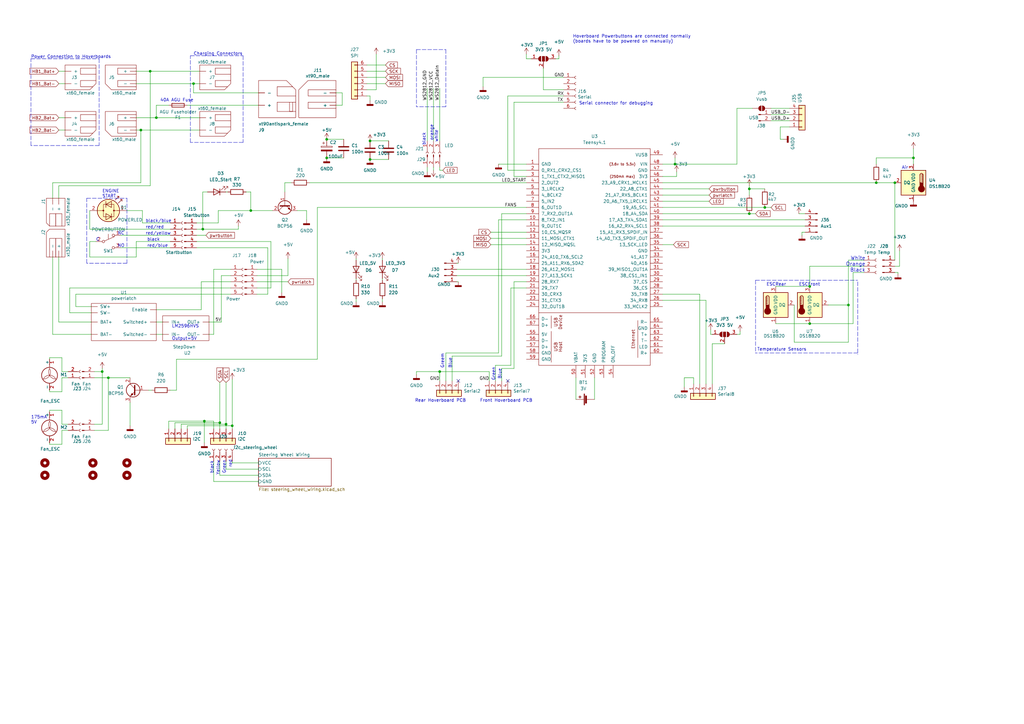
<source format=kicad_sch>
(kicad_sch
	(version 20231120)
	(generator "eeschema")
	(generator_version "8.0")
	(uuid "00e38d63-5436-49db-81f5-697421f168fc")
	(paper "A3")
	
	(junction
		(at 57.785 53.34)
		(diameter 0)
		(color 0 0 0 0)
		(uuid "051b8cb0-ae77-4e09-98a7-bf2103319e66")
	)
	(junction
		(at 41.91 152.4)
		(diameter 0)
		(color 0 0 0 0)
		(uuid "08d3dd73-6f4c-4fc2-8e37-f281b85fe0d4")
	)
	(junction
		(at 92.71 173.99)
		(diameter 0)
		(color 0 0 0 0)
		(uuid "0b10b5dd-1068-4091-bac0-79652863a01e")
	)
	(junction
		(at 79.375 34.29)
		(diameter 0)
		(color 0 0 0 0)
		(uuid "123968c6-74e7-4754-8c36-08ea08e42555")
	)
	(junction
		(at 367.03 74.93)
		(diameter 0)
		(color 0 0 0 0)
		(uuid "13c686e2-c0db-4808-91fc-09a512330a5d")
	)
	(junction
		(at 44.45 154.94)
		(diameter 0)
		(color 0 0 0 0)
		(uuid "17f40a5c-3441-49ae-8b83-88ce922d0e3d")
	)
	(junction
		(at 332.105 132.715)
		(diameter 0)
		(color 0 0 0 0)
		(uuid "1dcbe33f-cc83-406d-a028-85a460c31bac")
	)
	(junction
		(at 83.185 93.98)
		(diameter 0)
		(color 0 0 0 0)
		(uuid "2235841a-9c52-451a-9616-b84a520feeb5")
	)
	(junction
		(at 347.98 125.095)
		(diameter 0)
		(color 0 0 0 0)
		(uuid "30ff234b-df3a-42aa-bb37-f6ff7d49aec5")
	)
	(junction
		(at 180.34 152.4)
		(diameter 0)
		(color 0 0 0 0)
		(uuid "38f3170a-b54c-4011-af49-381b27b9e9bb")
	)
	(junction
		(at 151.765 57.785)
		(diameter 0)
		(color 0 0 0 0)
		(uuid "3a3e70b1-2cc8-4a66-89cd-35460ef8a407")
	)
	(junction
		(at 307.34 77.47)
		(diameter 0)
		(color 0 0 0 0)
		(uuid "491aa4a0-bd75-41a9-b432-7f6b372d01bf")
	)
	(junction
		(at 133.985 64.77)
		(diameter 0)
		(color 0 0 0 0)
		(uuid "5096b250-cff0-4068-b724-0f0e0414784d")
	)
	(junction
		(at 359.41 74.93)
		(diameter 0)
		(color 0 0 0 0)
		(uuid "61e65214-3ca1-4c81-a123-4b089368b63e")
	)
	(junction
		(at 313.69 85.09)
		(diameter 0)
		(color 0 0 0 0)
		(uuid "6718ba4d-08c9-4b14-9c3d-11686b888e41")
	)
	(junction
		(at 83.82 172.72)
		(diameter 0)
		(color 0 0 0 0)
		(uuid "69403c96-f918-448f-9931-0f743ebdeac3")
	)
	(junction
		(at 276.86 67.31)
		(diameter 0)
		(color 0 0 0 0)
		(uuid "6ee0cc52-61bb-4faa-b2c8-d972f1d2f606")
	)
	(junction
		(at 332.105 117.475)
		(diameter 0)
		(color 0 0 0 0)
		(uuid "6fb4cb96-e032-467f-b1ab-7c739561664d")
	)
	(junction
		(at 64.135 48.26)
		(diameter 0)
		(color 0 0 0 0)
		(uuid "79451892-db6b-4999-916d-6392174ee493")
	)
	(junction
		(at 133.985 57.15)
		(diameter 0)
		(color 0 0 0 0)
		(uuid "88d9f69e-d0e5-4bba-b2dc-36fd356eba4e")
	)
	(junction
		(at 102.87 86.36)
		(diameter 0)
		(color 0 0 0 0)
		(uuid "8e0c5536-8f0c-41c4-a920-c1fe2d0aeb28")
	)
	(junction
		(at 151.765 65.405)
		(diameter 0)
		(color 0 0 0 0)
		(uuid "9f171a87-ffde-46b1-b9bd-87ba6a6c823d")
	)
	(junction
		(at 95.25 174.625)
		(diameter 0)
		(color 0 0 0 0)
		(uuid "ae42da24-02f4-42e7-8f2c-3c1c04118f9b")
	)
	(junction
		(at 374.65 64.77)
		(diameter 0)
		(color 0 0 0 0)
		(uuid "afee429c-57d6-4a79-ae1a-86e58361ba9f")
	)
	(junction
		(at 307.34 87.63)
		(diameter 0)
		(color 0 0 0 0)
		(uuid "b0f0ff58-8e70-44ba-af15-fb73a5def2f9")
	)
	(junction
		(at 90.17 173.355)
		(diameter 0)
		(color 0 0 0 0)
		(uuid "e6bbf99a-2bfc-49bf-a0f1-56b03ff0b655")
	)
	(junction
		(at 61.595 29.21)
		(diameter 0)
		(color 0 0 0 0)
		(uuid "fad4c712-0a2e-465d-a9f8-83d26bd66e37")
	)
	(no_connect
		(at 208.28 156.21)
		(uuid "57276367-9ce4-4738-88d7-6e8cb94c966c")
	)
	(no_connect
		(at 187.96 156.21)
		(uuid "72b36951-3ec7-4569-9c88-cf9b4afe1cae")
	)
	(wire
		(pts
			(xy 66.675 132.08) (xy 64.135 132.08)
		)
		(stroke
			(width 0)
			(type default)
		)
		(uuid "009b5465-0a65-4237-93e7-eb65321eeb18")
	)
	(wire
		(pts
			(xy 209.55 118.11) (xy 215.9 118.11)
		)
		(stroke
			(width 0)
			(type default)
		)
		(uuid "012449ca-e035-4431-bba7-b7e11af64b21")
	)
	(wire
		(pts
			(xy 57.785 53.34) (xy 57.785 74.93)
		)
		(stroke
			(width 0)
			(type default)
		)
		(uuid "02538207-54a8-4266-8d51-23871852b2ff")
	)
	(wire
		(pts
			(xy 291.465 137.16) (xy 292.1 137.16)
		)
		(stroke
			(width 0)
			(type default)
		)
		(uuid "0337e135-f3b5-4e41-85e1-fcc7d4d06ef3")
	)
	(wire
		(pts
			(xy 151.765 65.405) (xy 159.385 65.405)
		)
		(stroke
			(width 0)
			(type default)
		)
		(uuid "046aff1b-63dd-4fa2-ad6b-a0c87f57f7dd")
	)
	(wire
		(pts
			(xy 140.335 43.18) (xy 137.795 43.18)
		)
		(stroke
			(width 0)
			(type default)
		)
		(uuid "04cf2f2c-74bf-400d-b4f6-201720df00ed")
	)
	(wire
		(pts
			(xy 180.34 69.85) (xy 180.34 68.58)
		)
		(stroke
			(width 0)
			(type default)
		)
		(uuid "07c85266-e742-45aa-9c3b-788d2e43ec5d")
	)
	(wire
		(pts
			(xy 64.135 43.18) (xy 64.135 48.26)
		)
		(stroke
			(width 0)
			(type default)
		)
		(uuid "083becc8-e25d-4206-9636-55457650bbe3")
	)
	(polyline
		(pts
			(xy 309.88 114.935) (xy 309.88 144.78)
		)
		(stroke
			(width 0)
			(type dash)
		)
		(uuid "09e06fde-36b0-4ab7-b996-d98c02ce3f76")
	)
	(wire
		(pts
			(xy 150.495 39.37) (xy 151.765 39.37)
		)
		(stroke
			(width 0)
			(type default)
		)
		(uuid "09ec5a1f-8168-4109-a329-ef099cef6d16")
	)
	(wire
		(pts
			(xy 83.82 172.72) (xy 69.215 172.72)
		)
		(stroke
			(width 0)
			(type default)
		)
		(uuid "0a177102-b386-476a-bb78-cfa41e5981d4")
	)
	(wire
		(pts
			(xy 133.985 64.77) (xy 140.97 64.77)
		)
		(stroke
			(width 0)
			(type default)
		)
		(uuid "0a265115-6c7a-45ab-97a3-c695e3ee67d2")
	)
	(polyline
		(pts
			(xy 12.7 59.69) (xy 12.7 24.13)
		)
		(stroke
			(width 0)
			(type dash)
		)
		(uuid "0b4c0f05-c855-4742-bad2-dbf645d5842b")
	)
	(wire
		(pts
			(xy 215.9 24.13) (xy 217.805 24.13)
		)
		(stroke
			(width 0)
			(type default)
		)
		(uuid "0b759eb5-2b5d-497b-bde5-ba020c43a39d")
	)
	(wire
		(pts
			(xy 271.78 67.31) (xy 276.86 67.31)
		)
		(stroke
			(width 0)
			(type default)
		)
		(uuid "0bf9b321-fb4d-49fd-9592-7ab5a99eb177")
	)
	(wire
		(pts
			(xy 90.17 156.845) (xy 90.17 173.355)
		)
		(stroke
			(width 0)
			(type default)
		)
		(uuid "0cc9bf07-55b9-458f-b8aa-41b2f51fa940")
	)
	(wire
		(pts
			(xy 92.71 156.845) (xy 92.71 173.99)
		)
		(stroke
			(width 0)
			(type default)
		)
		(uuid "0d5b0f48-7e11-42a1-aa49-31f1b69cb91d")
	)
	(wire
		(pts
			(xy 150.495 31.75) (xy 158.115 31.75)
		)
		(stroke
			(width 0)
			(type default)
		)
		(uuid "0e78b584-2869-48ac-b293-95bd208efc94")
	)
	(wire
		(pts
			(xy 31.115 120.65) (xy 31.115 125.73)
		)
		(stroke
			(width 0)
			(type default)
		)
		(uuid "0f6a1023-ed00-4bd6-afef-ff227538c5e3")
	)
	(wire
		(pts
			(xy 177.8 36.195) (xy 177.8 57.785)
		)
		(stroke
			(width 0)
			(type default)
		)
		(uuid "11274c77-8dea-42af-9338-4bcf2f325c89")
	)
	(wire
		(pts
			(xy 82.55 127) (xy 82.55 115.57)
		)
		(stroke
			(width 0)
			(type default)
		)
		(uuid "1136c54b-6feb-40f7-ae6a-0f9521f82981")
	)
	(wire
		(pts
			(xy 37.465 125.73) (xy 31.115 125.73)
		)
		(stroke
			(width 0)
			(type default)
		)
		(uuid "1199146e-a60b-416a-b503-e77d6d2892f9")
	)
	(wire
		(pts
			(xy 21.59 137.16) (xy 21.59 105.41)
		)
		(stroke
			(width 0)
			(type default)
		)
		(uuid "12a24e86-2c38-4685-bba9-fff8dddb4cb0")
	)
	(wire
		(pts
			(xy 26.67 53.34) (xy 24.13 53.34)
		)
		(stroke
			(width 0)
			(type default)
		)
		(uuid "12c8f4c9-cb79-4390-b96c-a717c693de17")
	)
	(wire
		(pts
			(xy 24.13 48.26) (xy 26.67 48.26)
		)
		(stroke
			(width 0)
			(type default)
		)
		(uuid "12f8e43c-8f83-48d3-a9b5-5f3ebc0b6c43")
	)
	(wire
		(pts
			(xy 349.885 111.76) (xy 354.33 111.76)
		)
		(stroke
			(width 0)
			(type default)
		)
		(uuid "13786dec-2489-4053-b561-88e4a3312eb2")
	)
	(wire
		(pts
			(xy 316.23 44.45) (xy 323.85 44.45)
		)
		(stroke
			(width 0)
			(type default)
		)
		(uuid "152f228d-6758-4b22-9827-c17006c80350")
	)
	(wire
		(pts
			(xy 20.32 146.685) (xy 25.4 146.685)
		)
		(stroke
			(width 0)
			(type default)
		)
		(uuid "1542b558-bfe7-4e44-b051-52e954f089c4")
	)
	(polyline
		(pts
			(xy 351.79 144.78) (xy 309.88 144.78)
		)
		(stroke
			(width 0)
			(type dash)
		)
		(uuid "1570d25c-8719-49ce-9fd6-6144a7fe414f")
	)
	(wire
		(pts
			(xy 243.84 154.94) (xy 243.84 163.83)
		)
		(stroke
			(width 0)
			(type default)
		)
		(uuid "171ac760-a511-466f-8910-fb69c68fa937")
	)
	(wire
		(pts
			(xy 61.595 29.21) (xy 61.595 76.2)
		)
		(stroke
			(width 0)
			(type default)
		)
		(uuid "17ed3508-fa2e-4593-a799-bfd39a6cc14d")
	)
	(wire
		(pts
			(xy 127 74.93) (xy 215.9 74.93)
		)
		(stroke
			(width 0)
			(type default)
		)
		(uuid "181e9518-7706-4189-a885-5e6e3aee3bb9")
	)
	(wire
		(pts
			(xy 83.185 93.98) (xy 83.185 78.74)
		)
		(stroke
			(width 0)
			(type default)
		)
		(uuid "1df9a412-b56c-4e84-b38b-6a4bc05a97be")
	)
	(wire
		(pts
			(xy 38.735 173.99) (xy 41.91 173.99)
		)
		(stroke
			(width 0)
			(type default)
		)
		(uuid "1e6a20ef-296c-4f96-9891-ff8455ce839d")
	)
	(wire
		(pts
			(xy 25.4 182.245) (xy 20.32 182.245)
		)
		(stroke
			(width 0)
			(type default)
		)
		(uuid "1f97d1e3-c5f6-4344-9fb6-6c723b7697fa")
	)
	(polyline
		(pts
			(xy 52.07 81.28) (xy 52.07 107.95)
		)
		(stroke
			(width 0)
			(type dash)
		)
		(uuid "1fbb0219-551e-409b-a61b-76e8cebdfb9d")
	)
	(wire
		(pts
			(xy 347.98 106.68) (xy 347.98 125.095)
		)
		(stroke
			(width 0)
			(type default)
		)
		(uuid "20c35e19-7499-4a32-968e-c106eec1aefe")
	)
	(wire
		(pts
			(xy 69.215 172.72) (xy 69.215 175.895)
		)
		(stroke
			(width 0)
			(type default)
		)
		(uuid "25531609-ada1-438f-9524-2d6b2aacec2a")
	)
	(wire
		(pts
			(xy 20.32 168.275) (xy 25.4 168.275)
		)
		(stroke
			(width 0)
			(type default)
		)
		(uuid "26301722-d82d-4669-b21f-04874a1fbca3")
	)
	(wire
		(pts
			(xy 146.05 106.045) (xy 146.05 106.68)
		)
		(stroke
			(width 0)
			(type default)
		)
		(uuid "26a5e061-05bb-41a8-bc7a-df1564b11e90")
	)
	(wire
		(pts
			(xy 130.175 85.09) (xy 215.9 85.09)
		)
		(stroke
			(width 0)
			(type default)
		)
		(uuid "2762442d-9432-4074-b79b-8eeab3eaf9a7")
	)
	(polyline
		(pts
			(xy 40.64 24.13) (xy 40.64 59.69)
		)
		(stroke
			(width 0)
			(type dash)
		)
		(uuid "282c8e53-3acc-42f0-a92a-6aa976b97a93")
	)
	(wire
		(pts
			(xy 137.795 38.1) (xy 140.335 38.1)
		)
		(stroke
			(width 0)
			(type default)
		)
		(uuid "2878a73c-5447-4cd9-8194-14f52ab9459c")
	)
	(wire
		(pts
			(xy 89.535 86.36) (xy 102.87 86.36)
		)
		(stroke
			(width 0)
			(type default)
		)
		(uuid "28e146f5-f85f-47b5-94b5-a67c33d23635")
	)
	(wire
		(pts
			(xy 154.305 36.83) (xy 150.495 36.83)
		)
		(stroke
			(width 0)
			(type default)
		)
		(uuid "2ba9fb94-a1fa-486c-8933-fbe2803c354e")
	)
	(wire
		(pts
			(xy 72.39 160.02) (xy 69.85 160.02)
		)
		(stroke
			(width 0)
			(type default)
		)
		(uuid "2d84a257-2801-4282-83f8-8a08920949d3")
	)
	(wire
		(pts
			(xy 87.63 197.485) (xy 106.045 197.485)
		)
		(stroke
			(width 0)
			(type default)
		)
		(uuid "2dedad72-81da-422a-b7ec-330645064577")
	)
	(wire
		(pts
			(xy 55.88 99.06) (xy 55.88 105.41)
		)
		(stroke
			(width 0)
			(type default)
		)
		(uuid "2fd044b6-377e-455f-89e0-f4f69a117f77")
	)
	(wire
		(pts
			(xy 154.305 22.225) (xy 154.305 36.83)
		)
		(stroke
			(width 0)
			(type default)
		)
		(uuid "3017e6b7-2d49-4427-9dc1-83cc27ee24a4")
	)
	(wire
		(pts
			(xy 180.34 152.4) (xy 180.34 156.21)
		)
		(stroke
			(width 0)
			(type default)
		)
		(uuid "30c33e3e-fb78-498d-bffe-76273d527004")
	)
	(wire
		(pts
			(xy 198.12 31.75) (xy 198.12 35.56)
		)
		(stroke
			(width 0)
			(type default)
		)
		(uuid "322a7fce-26c4-4bb5-ba5a-1688f26585cf")
	)
	(wire
		(pts
			(xy 20.32 168.91) (xy 20.32 168.275)
		)
		(stroke
			(width 0)
			(type default)
		)
		(uuid "33072d10-86aa-4a72-9898-01c2c9b5842e")
	)
	(wire
		(pts
			(xy 347.98 140.335) (xy 347.98 125.095)
		)
		(stroke
			(width 0)
			(type default)
		)
		(uuid "33aa439f-8f27-4c20-8909-3dc70d367c43")
	)
	(wire
		(pts
			(xy 332.105 132.715) (xy 349.885 132.715)
		)
		(stroke
			(width 0)
			(type default)
		)
		(uuid "33e2f234-7e68-4c90-b3d3-06c043b0935f")
	)
	(wire
		(pts
			(xy 27.94 176.53) (xy 25.4 176.53)
		)
		(stroke
			(width 0)
			(type default)
		)
		(uuid "34e399b2-48be-42f9-842e-e3b66c7c06bb")
	)
	(wire
		(pts
			(xy 209.55 149.86) (xy 203.2 149.86)
		)
		(stroke
			(width 0)
			(type default)
		)
		(uuid "34eb38bf-2fc7-4a28-893e-3d3609a85d23")
	)
	(wire
		(pts
			(xy 41.91 151.13) (xy 41.91 152.4)
		)
		(stroke
			(width 0)
			(type default)
		)
		(uuid "35a7735a-ee25-458f-bb48-cd448dcda5d3")
	)
	(wire
		(pts
			(xy 57.785 53.34) (xy 81.915 53.34)
		)
		(stroke
			(width 0)
			(type default)
		)
		(uuid "35c09d1f-2914-4d1e-a002-df30af772f3b")
	)
	(wire
		(pts
			(xy 24.13 76.2) (xy 24.13 81.28)
		)
		(stroke
			(width 0)
			(type default)
		)
		(uuid "35ef9c4a-35f6-467b-a704-b1d9354880cf")
	)
	(wire
		(pts
			(xy 205.74 156.21) (xy 205.74 151.13)
		)
		(stroke
			(width 0)
			(type default)
		)
		(uuid "36ecbda1-f753-44e8-9b94-b54819f7ef15")
	)
	(polyline
		(pts
			(xy 182.88 43.815) (xy 170.815 43.815)
		)
		(stroke
			(width 0)
			(type dash)
		)
		(uuid "374316c4-15a5-4072-bc2a-06291d270741")
	)
	(wire
		(pts
			(xy 316.23 49.53) (xy 323.85 49.53)
		)
		(stroke
			(width 0)
			(type default)
		)
		(uuid "377075d2-fda4-48bc-8c81-d9f88210845e")
	)
	(wire
		(pts
			(xy 25.4 154.94) (xy 25.4 160.655)
		)
		(stroke
			(width 0)
			(type default)
		)
		(uuid "39ae077c-5133-4896-9953-71244e980cb5")
	)
	(wire
		(pts
			(xy 354.33 106.68) (xy 347.98 106.68)
		)
		(stroke
			(width 0)
			(type default)
		)
		(uuid "3aa28a58-d2d7-4f0a-91cb-81d577d309f4")
	)
	(wire
		(pts
			(xy 38.735 154.94) (xy 44.45 154.94)
		)
		(stroke
			(width 0)
			(type default)
		)
		(uuid "3bc3df81-b30e-4a41-a38c-bca401c1fdb4")
	)
	(wire
		(pts
			(xy 94.615 120.65) (xy 31.115 120.65)
		)
		(stroke
			(width 0)
			(type default)
		)
		(uuid "3bdb6e74-df98-4382-9a1e-8b7b42de8b63")
	)
	(wire
		(pts
			(xy 24.13 132.08) (xy 37.465 132.08)
		)
		(stroke
			(width 0)
			(type default)
		)
		(uuid "3e0392c0-affc-4114-9de5-1f1cfe79418a")
	)
	(wire
		(pts
			(xy 76.835 43.18) (xy 106.045 43.18)
		)
		(stroke
			(width 0)
			(type default)
		)
		(uuid "3e3d55c8-e0ea-48fb-8421-a84b7cb7055b")
	)
	(wire
		(pts
			(xy 95.25 189.865) (xy 106.045 189.865)
		)
		(stroke
			(width 0)
			(type default)
		)
		(uuid "3e585ce6-ffe4-401c-995c-ba0fb6462563")
	)
	(wire
		(pts
			(xy 87.63 197.485) (xy 87.63 189.23)
		)
		(stroke
			(width 0)
			(type default)
		)
		(uuid "4063c2e6-8261-47a4-afbb-00437840fe26")
	)
	(wire
		(pts
			(xy 292.1 140.97) (xy 297.18 140.97)
		)
		(stroke
			(width 0)
			(type default)
		)
		(uuid "416b293b-f69f-4a4d-afb2-5ec85e49494d")
	)
	(wire
		(pts
			(xy 61.595 29.21) (xy 81.915 29.21)
		)
		(stroke
			(width 0)
			(type default)
		)
		(uuid "422b10b9-e829-44a2-8808-05edd8cb3050")
	)
	(wire
		(pts
			(xy 92.71 173.99) (xy 74.295 173.99)
		)
		(stroke
			(width 0)
			(type default)
		)
		(uuid "4254ab22-9d9b-4884-a1f8-0bb4242f8894")
	)
	(wire
		(pts
			(xy 276.86 67.31) (xy 276.86 64.77)
		)
		(stroke
			(width 0)
			(type default)
		)
		(uuid "44a31d09-65ce-45e2-98f9-0649161b54b4")
	)
	(wire
		(pts
			(xy 187.96 107.95) (xy 187.325 107.95)
		)
		(stroke
			(width 0)
			(type default)
		)
		(uuid "469e3ced-fa71-45f7-a6a0-be05c61f7b6e")
	)
	(wire
		(pts
			(xy 25.4 168.275) (xy 25.4 173.99)
		)
		(stroke
			(width 0)
			(type default)
		)
		(uuid "46fa1be4-d517-4eaf-a68b-dce661fc076c")
	)
	(wire
		(pts
			(xy 374.65 64.77) (xy 374.65 67.31)
		)
		(stroke
			(width 0)
			(type default)
		)
		(uuid "4750ed44-deca-47cb-a341-c12fc880787c")
	)
	(wire
		(pts
			(xy 79.375 38.1) (xy 79.375 34.29)
		)
		(stroke
			(width 0)
			(type default)
		)
		(uuid "475ed8b3-90bf-48cd-bce5-d8f48b689541")
	)
	(wire
		(pts
			(xy 323.85 52.07) (xy 320.04 52.07)
		)
		(stroke
			(width 0)
			(type default)
		)
		(uuid "47d5879e-6a79-429e-98ab-e86a71cb2a96")
	)
	(wire
		(pts
			(xy 156.845 114.3) (xy 156.845 114.935)
		)
		(stroke
			(width 0)
			(type default)
		)
		(uuid "489dbc75-626f-4f7d-a79e-4718b12503a5")
	)
	(polyline
		(pts
			(xy 309.88 114.935) (xy 351.79 114.935)
		)
		(stroke
			(width 0)
			(type dash)
		)
		(uuid "48e63767-c45b-4543-b818-8f00f0600bf9")
	)
	(wire
		(pts
			(xy 205.74 146.05) (xy 205.74 87.63)
		)
		(stroke
			(width 0)
			(type default)
		)
		(uuid "49df14a4-9231-4e0c-8be6-325780f5026d")
	)
	(wire
		(pts
			(xy 133.985 57.15) (xy 140.97 57.15)
		)
		(stroke
			(width 0)
			(type default)
		)
		(uuid "49efe05d-ee93-4a15-b852-734325ebf0af")
	)
	(wire
		(pts
			(xy 89.535 91.44) (xy 89.535 86.36)
		)
		(stroke
			(width 0)
			(type default)
		)
		(uuid "4abd83b2-2075-4fec-a627-5a1558b56d3f")
	)
	(wire
		(pts
			(xy 307.34 87.63) (xy 309.88 87.63)
		)
		(stroke
			(width 0)
			(type default)
		)
		(uuid "4bcbd014-3a02-4ae0-8600-940a4b84d1cb")
	)
	(wire
		(pts
			(xy 185.42 156.21) (xy 185.42 146.05)
		)
		(stroke
			(width 0)
			(type default)
		)
		(uuid "4c843bdb-6c9e-40dd-85e2-0567846e18ba")
	)
	(wire
		(pts
			(xy 307.34 77.47) (xy 307.34 80.01)
		)
		(stroke
			(width 0)
			(type default)
		)
		(uuid "4caf3f28-fdef-4bb6-9ef1-b05fcb6a9cc7")
	)
	(wire
		(pts
			(xy 368.935 102.87) (xy 368.935 109.22)
		)
		(stroke
			(width 0)
			(type default)
		)
		(uuid "4cd66851-08f4-4acb-9fff-9781de2b31d6")
	)
	(wire
		(pts
			(xy 332.105 109.22) (xy 332.105 117.475)
		)
		(stroke
			(width 0)
			(type default)
		)
		(uuid "4f7c7ee0-aecc-4a3e-93eb-625bf8325b8f")
	)
	(wire
		(pts
			(xy 83.185 93.98) (xy 97.79 93.98)
		)
		(stroke
			(width 0)
			(type default)
		)
		(uuid "50208326-4c3d-4fc0-b1bc-7c7f78e47333")
	)
	(wire
		(pts
			(xy 90.17 173.355) (xy 90.17 175.895)
		)
		(stroke
			(width 0)
			(type default)
		)
		(uuid "50511df0-cbe7-4439-9e9c-f26e04b637db")
	)
	(wire
		(pts
			(xy 303.53 135.89) (xy 303.53 137.16)
		)
		(stroke
			(width 0)
			(type default)
		)
		(uuid "51cd4b7a-f1e2-47b7-89da-e68317a010af")
	)
	(wire
		(pts
			(xy 271.78 100.33) (xy 276.225 100.33)
		)
		(stroke
			(width 0)
			(type default)
		)
		(uuid "52703b70-40ed-4524-896c-4f29b49e5f4c")
	)
	(wire
		(pts
			(xy 36.83 93.98) (xy 36.83 86.36)
		)
		(stroke
			(width 0)
			(type default)
		)
		(uuid "53e34696-241f-47e5-a477-f469335c8a61")
	)
	(wire
		(pts
			(xy 58.42 91.44) (xy 69.85 91.44)
		)
		(stroke
			(width 0)
			(type default)
		)
		(uuid "547eeec1-a95c-431b-95a4-2ff936d52170")
	)
	(wire
		(pts
			(xy 119.38 74.93) (xy 116.84 74.93)
		)
		(stroke
			(width 0)
			(type default)
		)
		(uuid "54dfed87-fbe5-47ab-b620-2d6ba5ea0bcb")
	)
	(wire
		(pts
			(xy 280.67 154.94) (xy 284.48 154.94)
		)
		(stroke
			(width 0)
			(type default)
		)
		(uuid "54ff2b74-a097-4453-8324-77a7f0da32d4")
	)
	(wire
		(pts
			(xy 359.41 64.77) (xy 359.41 67.31)
		)
		(stroke
			(width 0)
			(type default)
		)
		(uuid "55771e66-3424-4e65-8c80-ebe3458d7f65")
	)
	(wire
		(pts
			(xy 87.63 172.72) (xy 83.82 172.72)
		)
		(stroke
			(width 0)
			(type default)
		)
		(uuid "55c7ef39-b251-4a11-94d4-60a109929c6f")
	)
	(wire
		(pts
			(xy 271.78 120.65) (xy 287.02 120.65)
		)
		(stroke
			(width 0)
			(type default)
		)
		(uuid "562f5eba-e575-42fa-917e-5433ec2c0cbc")
	)
	(wire
		(pts
			(xy 105.41 118.11) (xy 111.125 118.11)
		)
		(stroke
			(width 0)
			(type default)
		)
		(uuid "56e486f5-556e-4d8e-a75a-487ed98d2e59")
	)
	(wire
		(pts
			(xy 200.66 152.4) (xy 200.66 156.21)
		)
		(stroke
			(width 0)
			(type default)
		)
		(uuid "58d71c09-ba53-43d7-9fc9-7054806963d2")
	)
	(wire
		(pts
			(xy 177.8 68.58) (xy 177.8 69.85)
		)
		(stroke
			(width 0)
			(type default)
		)
		(uuid "58dfd4b5-1213-4f4d-8f38-79c6f352f825")
	)
	(wire
		(pts
			(xy 36.83 99.06) (xy 36.83 105.41)
		)
		(stroke
			(width 0)
			(type default)
		)
		(uuid "58e8a243-dbf1-46ec-a9ca-62db6c046a4b")
	)
	(polyline
		(pts
			(xy 182.88 20.32) (xy 182.88 43.815)
		)
		(stroke
			(width 0)
			(type dash)
		)
		(uuid "59066bb7-c104-449a-a331-bd2de5193eeb")
	)
	(wire
		(pts
			(xy 284.48 154.94) (xy 284.48 157.48)
		)
		(stroke
			(width 0)
			(type default)
		)
		(uuid "599e77ee-1933-4be7-bc86-05c7e9cc20c6")
	)
	(wire
		(pts
			(xy 94.615 118.11) (xy 28.575 118.11)
		)
		(stroke
			(width 0)
			(type default)
		)
		(uuid "5a040418-8644-4cf8-9de0-ba3624649e9e")
	)
	(wire
		(pts
			(xy 116.84 74.93) (xy 116.84 78.74)
		)
		(stroke
			(width 0)
			(type default)
		)
		(uuid "5a1c01fb-cf82-4e17-9a62-00e0a3adba47")
	)
	(wire
		(pts
			(xy 94.615 113.03) (xy 90.805 113.03)
		)
		(stroke
			(width 0)
			(type default)
		)
		(uuid "5b15d041-2d51-4c90-8164-397806011835")
	)
	(wire
		(pts
			(xy 187.96 115.57) (xy 187.325 115.57)
		)
		(stroke
			(width 0)
			(type default)
		)
		(uuid "5b7729b0-f65f-4a87-acb8-ccc12b4f51f9")
	)
	(wire
		(pts
			(xy 95.25 174.625) (xy 95.25 175.895)
		)
		(stroke
			(width 0)
			(type default)
		)
		(uuid "5c3c20ac-7d6a-4a6a-8d79-b176608d957f")
	)
	(wire
		(pts
			(xy 339.725 125.095) (xy 347.98 125.095)
		)
		(stroke
			(width 0)
			(type default)
		)
		(uuid "5d0d6a13-8484-4646-bacd-2fbc9cb5413d")
	)
	(wire
		(pts
			(xy 76.835 175.895) (xy 76.835 174.625)
		)
		(stroke
			(width 0)
			(type default)
		)
		(uuid "5dba2df1-c0a7-451c-ad63-7260d7b1f5a8")
	)
	(wire
		(pts
			(xy 307.34 76.2) (xy 307.34 77.47)
		)
		(stroke
			(width 0)
			(type default)
		)
		(uuid "5e5022ae-f20b-4479-bb40-28803eeea8c2")
	)
	(wire
		(pts
			(xy 55.88 29.21) (xy 61.595 29.21)
		)
		(stroke
			(width 0)
			(type default)
		)
		(uuid "5f312b85-6822-40a3-b417-2df49696ca2d")
	)
	(wire
		(pts
			(xy 24.13 29.21) (xy 26.67 29.21)
		)
		(stroke
			(width 0)
			(type default)
		)
		(uuid "5f38bdb2-3657-474e-8e86-d6bb0b298110")
	)
	(wire
		(pts
			(xy 74.295 173.99) (xy 74.295 175.895)
		)
		(stroke
			(width 0)
			(type default)
		)
		(uuid "6064ea35-013e-4b86-a6c4-39586d23a64c")
	)
	(wire
		(pts
			(xy 198.12 31.75) (xy 231.14 31.75)
		)
		(stroke
			(width 0)
			(type default)
		)
		(uuid "6202b522-e646-49af-83e4-b5d7844d80bd")
	)
	(wire
		(pts
			(xy 25.4 146.685) (xy 25.4 152.4)
		)
		(stroke
			(width 0)
			(type default)
		)
		(uuid "62880b37-7f4d-4027-be35-87ea11b9bfce")
	)
	(wire
		(pts
			(xy 115.57 120.015) (xy 115.57 110.49)
		)
		(stroke
			(width 0)
			(type default)
		)
		(uuid "62a6d334-f451-48c1-bbb3-2e2aacab4352")
	)
	(wire
		(pts
			(xy 25.4 173.99) (xy 27.94 173.99)
		)
		(stroke
			(width 0)
			(type default)
		)
		(uuid "62c26a31-4bf5-4a49-846e-2a9deae7bdd9")
	)
	(wire
		(pts
			(xy 208.28 69.85) (xy 208.28 39.37)
		)
		(stroke
			(width 0)
			(type default)
		)
		(uuid "63884a0c-3153-4b16-b576-b3d0570549ad")
	)
	(wire
		(pts
			(xy 130.175 85.09) (xy 130.175 147.32)
		)
		(stroke
			(width 0)
			(type default)
		)
		(uuid "649506bc-e737-4d40-826c-c9ae6cf7999f")
	)
	(wire
		(pts
			(xy 204.47 90.17) (xy 204.47 144.78)
		)
		(stroke
			(width 0)
			(type default)
		)
		(uuid "64a82c13-23a0-425e-9d2f-c51801b5f76e")
	)
	(wire
		(pts
			(xy 37.465 137.16) (xy 21.59 137.16)
		)
		(stroke
			(width 0)
			(type default)
		)
		(uuid "6513181c-0a6a-4560-9a18-17450c36ae2a")
	)
	(wire
		(pts
			(xy 38.735 176.53) (xy 44.45 176.53)
		)
		(stroke
			(width 0)
			(type default)
		)
		(uuid "655a4dd6-df89-48f2-a803-643990d058bd")
	)
	(wire
		(pts
			(xy 208.28 39.37) (xy 231.14 39.37)
		)
		(stroke
			(width 0)
			(type default)
		)
		(uuid "65b9a046-bb8f-42cd-b846-d3362b0ef51f")
	)
	(wire
		(pts
			(xy 83.185 78.74) (xy 85.09 78.74)
		)
		(stroke
			(width 0)
			(type default)
		)
		(uuid "663cc588-2ea2-4d16-b91f-ff54db2ba726")
	)
	(wire
		(pts
			(xy 170.815 152.4) (xy 180.34 152.4)
		)
		(stroke
			(width 0)
			(type default)
		)
		(uuid "68422ffc-83e4-42e5-b1dc-f3b10be98daf")
	)
	(polyline
		(pts
			(xy 170.815 20.32) (xy 182.88 20.32)
		)
		(stroke
			(width 0)
			(type dash)
		)
		(uuid "6994715a-fbff-431c-b736-e87cb0a095c3")
	)
	(wire
		(pts
			(xy 187.325 113.03) (xy 215.9 113.03)
		)
		(stroke
			(width 0)
			(type default)
		)
		(uuid "6ac108b8-87ca-4878-86f3-b3931e823252")
	)
	(wire
		(pts
			(xy 151.765 39.37) (xy 151.765 41.275)
		)
		(stroke
			(width 0)
			(type default)
		)
		(uuid "6bb2c937-e8ff-43d0-9b06-456594eb25e9")
	)
	(wire
		(pts
			(xy 36.83 99.06) (xy 39.37 99.06)
		)
		(stroke
			(width 0)
			(type default)
		)
		(uuid "6bd115d6-07e0-45db-8f2e-3cbb0429104f")
	)
	(wire
		(pts
			(xy 125.73 86.36) (xy 125.73 90.17)
		)
		(stroke
			(width 0)
			(type default)
		)
		(uuid "6cb93665-0bcd-4104-8633-fffd1811eee0")
	)
	(wire
		(pts
			(xy 204.47 67.31) (xy 215.9 67.31)
		)
		(stroke
			(width 0)
			(type default)
		)
		(uuid "6d660d44-2237-493b-a881-7e0ebb385c2c")
	)
	(wire
		(pts
			(xy 115.57 110.49) (xy 105.41 110.49)
		)
		(stroke
			(width 0)
			(type default)
		)
		(uuid "6fb78646-375d-4e04-bdf3-192bdf9fa3e4")
	)
	(wire
		(pts
			(xy 182.88 156.21) (xy 182.88 144.78)
		)
		(stroke
			(width 0)
			(type default)
		)
		(uuid "6ffdf05e-e119-49f9-85e9-13e4901df42a")
	)
	(wire
		(pts
			(xy 20.32 160.655) (xy 20.32 160.02)
		)
		(stroke
			(width 0)
			(type default)
		)
		(uuid "707520b4-cacf-45dc-bb64-b15608f9208f")
	)
	(wire
		(pts
			(xy 38.735 152.4) (xy 41.91 152.4)
		)
		(stroke
			(width 0)
			(type default)
		)
		(uuid "716ce140-e601-44e8-935e-856b42be6077")
	)
	(wire
		(pts
			(xy 69.215 43.18) (xy 64.135 43.18)
		)
		(stroke
			(width 0)
			(type default)
		)
		(uuid "725cdf26-4b92-46db-bca9-10d930002dda")
	)
	(wire
		(pts
			(xy 80.645 101.6) (xy 109.855 101.6)
		)
		(stroke
			(width 0)
			(type default)
		)
		(uuid "72c5b5dc-7d0c-4e1d-aa45-7f2d6eeb3e27")
	)
	(wire
		(pts
			(xy 95.25 189.865) (xy 95.25 189.23)
		)
		(stroke
			(width 0)
			(type default)
		)
		(uuid "72c703a9-f76e-4ccd-a5d4-19a0d1bf59d1")
	)
	(wire
		(pts
			(xy 302.26 44.45) (xy 308.61 44.45)
		)
		(stroke
			(width 0)
			(type default)
		)
		(uuid "74c350c0-100b-4dac-8ae6-b766abd67e3e")
	)
	(wire
		(pts
			(xy 271.78 123.19) (xy 289.56 123.19)
		)
		(stroke
			(width 0)
			(type default)
		)
		(uuid "7501aef6-0880-4f4f-9852-dee6a9141968")
	)
	(wire
		(pts
			(xy 277.495 72.39) (xy 277.495 70.485)
		)
		(stroke
			(width 0)
			(type default)
		)
		(uuid "76be6751-4c3d-40e9-9d65-cc3fe679deae")
	)
	(wire
		(pts
			(xy 325.755 125.095) (xy 325.755 140.335)
		)
		(stroke
			(width 0)
			(type default)
		)
		(uuid "76dfc600-0790-43a0-9bc4-d0e98f5de9c1")
	)
	(wire
		(pts
			(xy 20.32 160.655) (xy 25.4 160.655)
		)
		(stroke
			(width 0)
			(type default)
		)
		(uuid "782ab777-440f-4045-a4c0-f73ddee70716")
	)
	(wire
		(pts
			(xy 118.11 113.03) (xy 105.41 113.03)
		)
		(stroke
			(width 0)
			(type default)
		)
		(uuid "78fc26a2-c6aa-4020-b71c-d7cbb33d50cf")
	)
	(wire
		(pts
			(xy 303.53 137.16) (xy 302.26 137.16)
		)
		(stroke
			(width 0)
			(type default)
		)
		(uuid "7a7681c1-80a0-4782-a422-ecbc063d0c5c")
	)
	(wire
		(pts
			(xy 64.135 48.26) (xy 81.915 48.26)
		)
		(stroke
			(width 0)
			(type default)
		)
		(uuid "7acd513a-187b-4936-9f93-2e521ce33ad5")
	)
	(wire
		(pts
			(xy 316.23 46.99) (xy 323.85 46.99)
		)
		(stroke
			(width 0)
			(type default)
		)
		(uuid "7b3ce65f-b1f1-4187-ba26-1cff437f4e77")
	)
	(polyline
		(pts
			(xy 52.07 107.95) (xy 35.56 107.95)
		)
		(stroke
			(width 0)
			(type dash)
		)
		(uuid "7bfba61b-6752-4a45-9ee6-5984dcb15041")
	)
	(wire
		(pts
			(xy 271.78 80.01) (xy 290.83 80.01)
		)
		(stroke
			(width 0)
			(type default)
		)
		(uuid "7c68dd7b-de2e-4c68-81f3-c59c3a9eb36f")
	)
	(wire
		(pts
			(xy 320.04 52.07) (xy 320.04 57.15)
		)
		(stroke
			(width 0)
			(type default)
		)
		(uuid "7d0e32da-cc71-4968-9f7c-259831a01a02")
	)
	(wire
		(pts
			(xy 82.55 115.57) (xy 94.615 115.57)
		)
		(stroke
			(width 0)
			(type default)
		)
		(uuid "7dfa12dd-0cd0-4759-964c-4ba3aef8bb58")
	)
	(wire
		(pts
			(xy 175.26 68.58) (xy 175.26 70.485)
		)
		(stroke
			(width 0)
			(type default)
		)
		(uuid "7f1579b0-7b58-4eea-a427-d38d2582d3aa")
	)
	(wire
		(pts
			(xy 60.96 160.02) (xy 62.23 160.02)
		)
		(stroke
			(width 0)
			(type default)
		)
		(uuid "7f664a3c-9748-45a7-a189-4712ada62fe7")
	)
	(wire
		(pts
			(xy 368.3 111.76) (xy 368.3 112.395)
		)
		(stroke
			(width 0)
			(type default)
		)
		(uuid "805ad2cb-4a29-45da-a322-1f9825134f56")
	)
	(wire
		(pts
			(xy 151.765 57.785) (xy 159.385 57.785)
		)
		(stroke
			(width 0)
			(type default)
		)
		(uuid "80d27706-07bd-45c6-badc-c478b2600e5a")
	)
	(wire
		(pts
			(xy 90.805 113.03) (xy 90.805 132.08)
		)
		(stroke
			(width 0)
			(type default)
		)
		(uuid "823c34d4-e27b-470a-9b98-977c836aa764")
	)
	(polyline
		(pts
			(xy 40.64 59.69) (xy 12.7 59.69)
		)
		(stroke
			(width 0)
			(type dash)
		)
		(uuid "83c5181e-f5ee-453c-ae5c-d7256ba8837d")
	)
	(wire
		(pts
			(xy 215.9 24.13) (xy 215.9 22.225)
		)
		(stroke
			(width 0)
			(type default)
		)
		(uuid "85397c49-60fc-4fe1-a5a2-91b58f38b021")
	)
	(wire
		(pts
			(xy 105.41 115.57) (xy 118.11 115.57)
		)
		(stroke
			(width 0)
			(type default)
		)
		(uuid "876a971d-a619-4c29-9c92-451633658845")
	)
	(wire
		(pts
			(xy 53.34 165.1) (xy 53.34 174.625)
		)
		(stroke
			(width 0)
			(type default)
		)
		(uuid "885d043f-b4c9-4eb2-820d-d417cb4bc866")
	)
	(polyline
		(pts
			(xy 78.105 22.86) (xy 99.695 22.86)
		)
		(stroke
			(width 0)
			(type dash)
		)
		(uuid "888fd7cb-2fc6-480c-bcfa-0b71303087d3")
	)
	(wire
		(pts
			(xy 71.755 173.355) (xy 90.17 173.355)
		)
		(stroke
			(width 0)
			(type default)
		)
		(uuid "89607785-50a6-412e-9773-1e085f5b77fa")
	)
	(wire
		(pts
			(xy 36.83 93.98) (xy 69.85 93.98)
		)
		(stroke
			(width 0)
			(type default)
		)
		(uuid "8aeae536-fd36-430e-be47-1a856eced2fc")
	)
	(wire
		(pts
			(xy 87.63 110.49) (xy 94.615 110.49)
		)
		(stroke
			(width 0)
			(type default)
		)
		(uuid "8b61a8d2-0056-4f41-829d-4d87fa944b28")
	)
	(wire
		(pts
			(xy 276.86 67.31) (xy 302.26 67.31)
		)
		(stroke
			(width 0)
			(type default)
		)
		(uuid "8b999132-a2e4-4622-b804-ffab57554830")
	)
	(wire
		(pts
			(xy 28.575 118.11) (xy 28.575 128.27)
		)
		(stroke
			(width 0)
			(type default)
		)
		(uuid "8b99dc7a-2e02-445b-a6cf-b55663646f65")
	)
	(wire
		(pts
			(xy 20.32 182.245) (xy 20.32 181.61)
		)
		(stroke
			(width 0)
			(type default)
		)
		(uuid "8ba5a9f6-538a-40bf-9f77-39b12aa2f0db")
	)
	(wire
		(pts
			(xy 71.755 175.895) (xy 71.755 173.355)
		)
		(stroke
			(width 0)
			(type default)
		)
		(uuid "8d023456-8ad9-4f7e-897d-e73ffdb4933e")
	)
	(wire
		(pts
			(xy 55.88 48.26) (xy 64.135 48.26)
		)
		(stroke
			(width 0)
			(type default)
		)
		(uuid "8e295ed4-82cb-4d9f-8888-7ad2dd4d5129")
	)
	(wire
		(pts
			(xy 302.26 67.31) (xy 302.26 44.45)
		)
		(stroke
			(width 0)
			(type default)
		)
		(uuid "8f0dceea-1536-40a3-9ffd-0b7020c807c2")
	)
	(wire
		(pts
			(xy 201.295 100.33) (xy 215.9 100.33)
		)
		(stroke
			(width 0)
			(type default)
		)
		(uuid "8fc70b4f-097d-4e7c-884a-480aee6a97f2")
	)
	(wire
		(pts
			(xy 90.17 194.945) (xy 90.17 189.23)
		)
		(stroke
			(width 0)
			(type default)
		)
		(uuid "9003502a-4f22-4d6b-8dad-6d2841ec098a")
	)
	(wire
		(pts
			(xy 222.885 27.94) (xy 222.885 36.83)
		)
		(stroke
			(width 0)
			(type default)
		)
		(uuid "90e4b67e-0a6e-42bc-93bf-45939b80c9b6")
	)
	(wire
		(pts
			(xy 318.135 132.715) (xy 332.105 132.715)
		)
		(stroke
			(width 0)
			(type default)
		)
		(uuid "934617ba-f1d2-4fc0-b39f-da9adea05461")
	)
	(wire
		(pts
			(xy 118.11 106.045) (xy 118.11 113.03)
		)
		(stroke
			(width 0)
			(type default)
		)
		(uuid "940380cb-8cf9-45b8-b600-7d8ce8a785d6")
	)
	(wire
		(pts
			(xy 140.335 38.1) (xy 140.335 43.18)
		)
		(stroke
			(width 0)
			(type default)
		)
		(uuid "955cc99e-a129-42cf-abc7-aa99813fdb5f")
	)
	(wire
		(pts
			(xy 156.845 122.555) (xy 156.845 123.825)
		)
		(stroke
			(width 0)
			(type default)
		)
		(uuid "957e24b2-957a-4613-8205-73cc52b7059b")
	)
	(wire
		(pts
			(xy 374.65 64.77) (xy 359.41 64.77)
		)
		(stroke
			(width 0)
			(type default)
		)
		(uuid "95d9cfcc-b359-447c-a823-b388142fca21")
	)
	(wire
		(pts
			(xy 229.235 22.86) (xy 229.235 24.13)
		)
		(stroke
			(width 0)
			(type default)
		)
		(uuid "95e06b65-459a-4ab7-a258-2019fd7c750c")
	)
	(wire
		(pts
			(xy 180.34 57.785) (xy 180.34 36.195)
		)
		(stroke
			(width 0)
			(type default)
		)
		(uuid "962cc689-6c3f-4789-be43-adc84250ba02")
	)
	(wire
		(pts
			(xy 55.88 99.06) (xy 69.85 99.06)
		)
		(stroke
			(width 0)
			(type default)
		)
		(uuid "973c2694-75a7-49b1-b02c-677cd56f102c")
	)
	(wire
		(pts
			(xy 21.59 74.93) (xy 57.785 74.93)
		)
		(stroke
			(width 0)
			(type default)
		)
		(uuid "974c48bf-534e-4335-98e1-b0426c783e99")
	)
	(wire
		(pts
			(xy 204.47 90.17) (xy 215.9 90.17)
		)
		(stroke
			(width 0)
			(type default)
		)
		(uuid "97d4bd7c-6643-4603-b3c2-b1bae286a23d")
	)
	(wire
		(pts
			(xy 64.135 127) (xy 82.55 127)
		)
		(stroke
			(width 0)
			(type default)
		)
		(uuid "98b00c9d-9188-4bce-aa70-92d12dd9cf82")
	)
	(wire
		(pts
			(xy 92.71 192.405) (xy 106.045 192.405)
		)
		(stroke
			(width 0)
			(type default)
		)
		(uuid "98c9f3be-ac61-41f9-8638-0273964c52ba")
	)
	(wire
		(pts
			(xy 55.88 53.34) (xy 57.785 53.34)
		)
		(stroke
			(width 0)
			(type default)
		)
		(uuid "99186658-0361-40ba-ae93-62f23c5622e6")
	)
	(polyline
		(pts
			(xy 35.56 81.28) (xy 52.07 81.28)
		)
		(stroke
			(width 0)
			(type dash)
		)
		(uuid "99332785-d9f1-4363-9377-26ddc18e6d2c")
	)
	(wire
		(pts
			(xy 204.47 144.78) (xy 182.88 144.78)
		)
		(stroke
			(width 0)
			(type default)
		)
		(uuid "99837fd0-a0a4-4343-8445-986091adde32")
	)
	(wire
		(pts
			(xy 97.79 93.98) (xy 97.79 92.71)
		)
		(stroke
			(width 0)
			(type default)
		)
		(uuid "9992e006-0501-402a-9275-a5a0d8af71f1")
	)
	(polyline
		(pts
			(xy 35.56 107.95) (xy 35.56 81.28)
		)
		(stroke
			(width 0)
			(type dash)
		)
		(uuid "99dfa524-0366-4808-b4e8-328fc38e8656")
	)
	(wire
		(pts
			(xy 185.42 146.05) (xy 205.74 146.05)
		)
		(stroke
			(width 0)
			(type default)
		)
		(uuid "9a970ac1-63cf-40d6-bc9a-be6411b01438")
	)
	(wire
		(pts
			(xy 201.295 97.79) (xy 215.9 97.79)
		)
		(stroke
			(width 0)
			(type default)
		)
		(uuid "9bd0c4e4-40be-4a0c-9264-b93d771e6713")
	)
	(wire
		(pts
			(xy 327.66 87.63) (xy 330.2 87.63)
		)
		(stroke
			(width 0)
			(type default)
		)
		(uuid "9dbe7454-256d-40a9-a303-9e9f6a7b5591")
	)
	(wire
		(pts
			(xy 20.32 147.32) (xy 20.32 146.685)
		)
		(stroke
			(width 0)
			(type default)
		)
		(uuid "9ed2e82a-459f-49e0-a3a3-7e6e749f942c")
	)
	(wire
		(pts
			(xy 72.39 147.32) (xy 72.39 160.02)
		)
		(stroke
			(width 0)
			(type default)
		)
		(uuid "a1d929f8-3a0d-4870-a15e-1c1a86c261e8")
	)
	(wire
		(pts
			(xy 271.78 87.63) (xy 307.34 87.63)
		)
		(stroke
			(width 0)
			(type default)
		)
		(uuid "a25905ad-1f60-4f19-8afe-c32cc732ab85")
	)
	(wire
		(pts
			(xy 291.465 137.16) (xy 291.465 135.255)
		)
		(stroke
			(width 0)
			(type default)
		)
		(uuid "a298c38e-6846-4ae6-86ea-56836208bfc9")
	)
	(wire
		(pts
			(xy 181.61 69.85) (xy 180.34 69.85)
		)
		(stroke
			(width 0)
			(type default)
		)
		(uuid "a6dc0a16-c4bc-47d6-97c5-ab70f9723db8")
	)
	(polyline
		(pts
			(xy 99.695 22.86) (xy 99.695 58.42)
		)
		(stroke
			(width 0)
			(type dash)
		)
		(uuid "a92f3b72-ed6d-4d99-9da6-35771bec3c77")
	)
	(wire
		(pts
			(xy 76.835 174.625) (xy 95.25 174.625)
		)
		(stroke
			(width 0)
			(type default)
		)
		(uuid "a9ca165e-67b7-4a4f-a54c-ac2675edd3b2")
	)
	(wire
		(pts
			(xy 66.675 137.16) (xy 64.135 137.16)
		)
		(stroke
			(width 0)
			(type default)
		)
		(uuid "aa130053-a451-4f12-97f7-3d4d891a5f83")
	)
	(polyline
		(pts
			(xy 99.695 58.42) (xy 78.105 58.42)
		)
		(stroke
			(width 0)
			(type dash)
		)
		(uuid "aa1c6f47-cbd4-4cbd-8265-e5ac08b7ffc8")
	)
	(wire
		(pts
			(xy 150.495 26.67) (xy 158.115 26.67)
		)
		(stroke
			(width 0)
			(type default)
		)
		(uuid "ab0f8664-d5a3-4b53-8cc3-378b631c9ad2")
	)
	(wire
		(pts
			(xy 205.74 151.13) (xy 210.82 151.13)
		)
		(stroke
			(width 0)
			(type default)
		)
		(uuid "ab3e774c-f756-4eab-91e4-0fb38bf6548e")
	)
	(wire
		(pts
			(xy 44.45 176.53) (xy 44.45 154.94)
		)
		(stroke
			(width 0)
			(type default)
		)
		(uuid "ab9204f6-3305-4fe4-b4ac-f575a6713586")
	)
	(wire
		(pts
			(xy 92.71 189.23) (xy 92.71 192.405)
		)
		(stroke
			(width 0)
			(type default)
		)
		(uuid "ad02ce9d-52f6-4a93-a2ca-26261822f8a6")
	)
	(wire
		(pts
			(xy 28.575 128.27) (xy 37.465 128.27)
		)
		(stroke
			(width 0)
			(type default)
		)
		(uuid "adefd5fd-1346-4fc3-a57d-6354539839d7")
	)
	(wire
		(pts
			(xy 271.78 72.39) (xy 277.495 72.39)
		)
		(stroke
			(width 0)
			(type default)
		)
		(uuid "ae5d5523-805c-48bb-b5ad-4ef1f6c5b85b")
	)
	(wire
		(pts
			(xy 367.03 74.93) (xy 367.03 106.68)
		)
		(stroke
			(width 0)
			(type default)
		)
		(uuid "aec85373-d95b-46d6-be40-47468059dc5d")
	)
	(wire
		(pts
			(xy 209.55 118.11) (xy 209.55 149.86)
		)
		(stroke
			(width 0)
			(type default)
		)
		(uuid "aef26e6f-af89-4921-94c7-a47b7e960999")
	)
	(wire
		(pts
			(xy 271.78 74.93) (xy 359.41 74.93)
		)
		(stroke
			(width 0)
			(type default)
		)
		(uuid "af4c7f44-cdac-4a2f-ab12-8376cbcec565")
	)
	(wire
		(pts
			(xy 41.91 152.4) (xy 41.91 173.99)
		)
		(stroke
			(width 0)
			(type default)
		)
		(uuid "b0660e11-ddb6-4a62-be7e-ad208b979ad4")
	)
	(wire
		(pts
			(xy 170.815 152.4) (xy 170.815 153.67)
		)
		(stroke
			(width 0)
			(type default)
		)
		(uuid "b0662d8d-790a-4837-b04c-d8dff48e41b3")
	)
	(wire
		(pts
			(xy 150.495 29.21) (xy 158.115 29.21)
		)
		(stroke
			(width 0)
			(type default)
		)
		(uuid "b16abbd0-e4cb-40d4-98e5-66d17adc4be4")
	)
	(wire
		(pts
			(xy 271.78 85.09) (xy 313.69 85.09)
		)
		(stroke
			(width 0)
			(type default)
		)
		(uuid "b196c6dc-9ac6-409d-b9ed-a1744d994928")
	)
	(wire
		(pts
			(xy 271.78 77.47) (xy 290.83 77.47)
		)
		(stroke
			(width 0)
			(type default)
		)
		(uuid "b1aa98de-3e09-49f3-868e-62829d44573f")
	)
	(wire
		(pts
			(xy 80.645 91.44) (xy 89.535 91.44)
		)
		(stroke
			(width 0)
			(type default)
		)
		(uuid "b1eb6044-90f9-45c4-bcd7-fc6d92ca931d")
	)
	(wire
		(pts
			(xy 205.74 87.63) (xy 215.9 87.63)
		)
		(stroke
			(width 0)
			(type default)
		)
		(uuid "b23a90d7-0eef-4634-bff4-9b03893fd177")
	)
	(wire
		(pts
			(xy 210.82 41.91) (xy 210.82 72.39)
		)
		(stroke
			(width 0)
			(type default)
		)
		(uuid "b2c14d5a-b0fd-41f3-b660-f8ce92051c01")
	)
	(wire
		(pts
			(xy 146.05 122.555) (xy 146.05 123.825)
		)
		(stroke
			(width 0)
			(type default)
		)
		(uuid "b3498b90-19d1-4b63-8749-26e7bf0b1250")
	)
	(wire
		(pts
			(xy 90.17 194.945) (xy 106.045 194.945)
		)
		(stroke
			(width 0)
			(type default)
		)
		(uuid "b53b4613-8da0-4af1-8943-71affd67a801")
	)
	(wire
		(pts
			(xy 27.94 154.94) (xy 25.4 154.94)
		)
		(stroke
			(width 0)
			(type default)
		)
		(uuid "b571e1d8-c5c1-48ac-a7e3-34664a01c974")
	)
	(wire
		(pts
			(xy 25.4 176.53) (xy 25.4 182.245)
		)
		(stroke
			(width 0)
			(type default)
		)
		(uuid "b5832e4b-a173-48c4-82da-e9ad0e071629")
	)
	(wire
		(pts
			(xy 280.67 158.75) (xy 280.67 154.94)
		)
		(stroke
			(width 0)
			(type default)
		)
		(uuid "b65f281b-b0b6-4190-9f5a-5202144a74cc")
	)
	(wire
		(pts
			(xy 80.645 93.98) (xy 83.185 93.98)
		)
		(stroke
			(width 0)
			(type default)
		)
		(uuid "b7e38b71-6d85-4ad8-86ce-f4ab1ba6f773")
	)
	(wire
		(pts
			(xy 210.82 115.57) (xy 210.82 151.13)
		)
		(stroke
			(width 0)
			(type default)
		)
		(uuid "b8050320-f0d7-403a-a922-edd34977ea78")
	)
	(wire
		(pts
			(xy 271.78 92.71) (xy 330.2 92.71)
		)
		(stroke
			(width 0)
			(type default)
		)
		(uuid "b917b0c8-3823-48b8-98b8-1c837612a10b")
	)
	(wire
		(pts
			(xy 349.885 132.715) (xy 349.885 111.76)
		)
		(stroke
			(width 0)
			(type default)
		)
		(uuid "b928e2b5-5098-438e-85fc-c41bb04cf4c8")
	)
	(wire
		(pts
			(xy 130.175 147.32) (xy 72.39 147.32)
		)
		(stroke
			(width 0)
			(type default)
		)
		(uuid "b9a83e65-82a0-4c2a-b56b-bce5009d20f7")
	)
	(wire
		(pts
			(xy 95.25 155.575) (xy 95.25 174.625)
		)
		(stroke
			(width 0)
			(type default)
		)
		(uuid "ba24d722-243f-45ee-b521-7865e70d35e3")
	)
	(wire
		(pts
			(xy 201.295 95.25) (xy 215.9 95.25)
		)
		(stroke
			(width 0)
			(type default)
		)
		(uuid "bbfd732f-7071-4bcf-87a5-f193ea8a88f7")
	)
	(wire
		(pts
			(xy 332.105 109.22) (xy 354.33 109.22)
		)
		(stroke
			(width 0)
			(type default)
		)
		(uuid "bcfd5886-f378-4947-9815-f92d60528bcf")
	)
	(wire
		(pts
			(xy 49.53 96.52) (xy 69.85 96.52)
		)
		(stroke
			(width 0)
			(type default)
		)
		(uuid "c05406da-4334-464f-bb93-fbd722076165")
	)
	(wire
		(pts
			(xy 374.65 60.96) (xy 374.65 64.77)
		)
		(stroke
			(width 0)
			(type default)
		)
		(uuid "c39a5c33-4e43-41e7-9e78-b46e63f58fd6")
	)
	(wire
		(pts
			(xy 180.34 152.4) (xy 200.66 152.4)
		)
		(stroke
			(width 0)
			(type default)
		)
		(uuid "c3df6ceb-e872-4ab1-aee6-ba2bcf639497")
	)
	(wire
		(pts
			(xy 271.78 90.17) (xy 330.2 90.17)
		)
		(stroke
			(width 0)
			(type default)
		)
		(uuid "c415005a-3d97-4456-9557-ad2f4e18e0c9")
	)
	(wire
		(pts
			(xy 328.93 95.25) (xy 328.93 96.52)
		)
		(stroke
			(width 0)
			(type default)
		)
		(uuid "c74744b5-bc6a-4a1a-8f6e-b1d6f14c2536")
	)
	(wire
		(pts
			(xy 49.53 101.6) (xy 69.85 101.6)
		)
		(stroke
			(width 0)
			(type default)
		)
		(uuid "c9f71875-1856-43c2-b1fb-5a3dbed48c46")
	)
	(wire
		(pts
			(xy 208.28 69.85) (xy 215.9 69.85)
		)
		(stroke
			(width 0)
			(type default)
		)
		(uuid "ca4978dc-e8c9-435b-870d-c73495b4384d")
	)
	(wire
		(pts
			(xy 187.325 110.49) (xy 215.9 110.49)
		)
		(stroke
			(width 0)
			(type default)
		)
		(uuid "cad0dd4a-0dc7-42f2-8de6-3cea939b25a1")
	)
	(wire
		(pts
			(xy 92.71 78.74) (xy 93.345 78.74)
		)
		(stroke
			(width 0)
			(type default)
		)
		(uuid "cb534741-b5a7-4e5d-b147-946f19749090")
	)
	(wire
		(pts
			(xy 203.2 149.86) (xy 203.2 156.21)
		)
		(stroke
			(width 0)
			(type default)
		)
		(uuid "cb9cdea3-d2ff-4b19-845c-07985c9f22e6")
	)
	(wire
		(pts
			(xy 24.13 105.41) (xy 24.13 132.08)
		)
		(stroke
			(width 0)
			(type default)
		)
		(uuid "cf815d51-c956-4c5a-adde-c373cb025b07")
	)
	(wire
		(pts
			(xy 44.45 154.94) (xy 53.34 154.94)
		)
		(stroke
			(width 0)
			(type default)
		)
		(uuid "cf8ce376-1dc2-4e5b-8ab1-3a02234fb178")
	)
	(wire
		(pts
			(xy 328.93 95.25) (xy 330.2 95.25)
		)
		(stroke
			(width 0)
			(type default)
		)
		(uuid "cff4db2c-4040-4c9f-a489-ea6c4c970673")
	)
	(wire
		(pts
			(xy 58.42 86.36) (xy 58.42 91.44)
		)
		(stroke
			(width 0)
			(type default)
		)
		(uuid "cfff0e3d-b702-4b96-b9ca-ab50c04387cd")
	)
	(wire
		(pts
			(xy 146.05 114.3) (xy 146.05 114.935)
		)
		(stroke
			(width 0)
			(type default)
		)
		(uuid "d0cc5ba5-72ed-4220-a578-21cc622b4b5f")
	)
	(wire
		(pts
			(xy 36.83 105.41) (xy 55.88 105.41)
		)
		(stroke
			(width 0)
			(type default)
		)
		(uuid "d2426135-d731-4d3b-8194-196fcabad088")
	)
	(wire
		(pts
			(xy 80.645 96.52) (xy 84.455 96.52)
		)
		(stroke
			(width 0)
			(type default)
		)
		(uuid "d2953b3e-36ea-4951-a862-6befd935d6b3")
	)
	(wire
		(pts
			(xy 271.78 82.55) (xy 290.83 82.55)
		)
		(stroke
			(width 0)
			(type default)
		)
		(uuid "d46f6702-4924-442d-bed8-c13cd475cce2")
	)
	(wire
		(pts
			(xy 109.855 101.6) (xy 109.855 120.65)
		)
		(stroke
			(width 0)
			(type default)
		)
		(uuid "d4bbff3a-357e-4a77-abb3-d366211a39d5")
	)
	(wire
		(pts
			(xy 222.885 36.83) (xy 231.14 36.83)
		)
		(stroke
			(width 0)
			(type default)
		)
		(uuid "d4c4a6d4-312a-473f-9ac0-cd0cc0d61156")
	)
	(polyline
		(pts
			(xy 12.7 24.13) (xy 40.64 24.13)
		)
		(stroke
			(width 0)
			(type dash)
		)
		(uuid "d72c89a6-7578-4468-964e-2a845431195f")
	)
	(wire
		(pts
			(xy 80.645 99.06) (xy 111.125 99.06)
		)
		(stroke
			(width 0)
			(type default)
		)
		(uuid "d838c7a0-f2b2-4541-972c-3faf8f6be30d")
	)
	(wire
		(pts
			(xy 102.87 78.74) (xy 102.87 86.36)
		)
		(stroke
			(width 0)
			(type default)
		)
		(uuid "d8bdf508-15d3-4f90-8178-10bcfb73bdb9")
	)
	(wire
		(pts
			(xy 292.1 157.48) (xy 292.1 140.97)
		)
		(stroke
			(width 0)
			(type default)
		)
		(uuid "d9f88dc8-9319-4e2b-8163-b185388e436b")
	)
	(wire
		(pts
			(xy 215.9 115.57) (xy 210.82 115.57)
		)
		(stroke
			(width 0)
			(type default)
		)
		(uuid "db456b27-ccf1-459c-988c-8be0b3c44a51")
	)
	(polyline
		(pts
			(xy 170.815 20.32) (xy 170.815 43.815)
		)
		(stroke
			(width 0)
			(type dash)
		)
		(uuid "dd6c67ea-60fc-4139-bdbb-6af245b71587")
	)
	(wire
		(pts
			(xy 121.92 86.36) (xy 125.73 86.36)
		)
		(stroke
			(width 0)
			(type default)
		)
		(uuid "dde8619c-5a8c-40eb-9845-65e6a654222d")
	)
	(wire
		(pts
			(xy 85.725 137.16) (xy 87.63 137.16)
		)
		(stroke
			(width 0)
			(type default)
		)
		(uuid "de370984-7922-4327-a0ba-7cd613995df4")
	)
	(wire
		(pts
			(xy 106.045 38.1) (xy 79.375 38.1)
		)
		(stroke
			(width 0)
			(type default)
		)
		(uuid "df2a6036-7274-4398-9365-148b6ddab90d")
	)
	(wire
		(pts
			(xy 210.82 41.91) (xy 231.14 41.91)
		)
		(stroke
			(width 0)
			(type default)
		)
		(uuid "df908da8-20d2-48c3-bc1c-93ded013675d")
	)
	(wire
		(pts
			(xy 100.965 78.74) (xy 102.87 78.74)
		)
		(stroke
			(width 0)
			(type default)
		)
		(uuid "dfa5b2cf-95d9-43b3-80e9-7419741ef2f3")
	)
	(wire
		(pts
			(xy 83.82 172.72) (xy 83.82 181.61)
		)
		(stroke
			(width 0)
			(type default)
		)
		(uuid "e01c24b8-478f-434e-9bc7-8d440d86b2d1")
	)
	(wire
		(pts
			(xy 367.03 111.76) (xy 368.3 111.76)
		)
		(stroke
			(width 0)
			(type default)
		)
		(uuid "e08882dc-2cd1-4cfc-b054-064bfc2c618a")
	)
	(wire
		(pts
			(xy 25.4 152.4) (xy 27.94 152.4)
		)
		(stroke
			(width 0)
			(type default)
		)
		(uuid "e0f7c076-422a-4954-b454-ebadc432b264")
	)
	(wire
		(pts
			(xy 156.845 106.045) (xy 156.845 106.68)
		)
		(stroke
			(width 0)
			(type default)
		)
		(uuid "e0fdc9e3-6cb5-437a-9c64-19897a32764c")
	)
	(wire
		(pts
			(xy 367.03 109.22) (xy 368.935 109.22)
		)
		(stroke
			(width 0)
			(type default)
		)
		(uuid "e1afae85-306e-42bd-85a3-7a49d4649e8e")
	)
	(wire
		(pts
			(xy 24.13 76.2) (xy 61.595 76.2)
		)
		(stroke
			(width 0)
			(type default)
		)
		(uuid "e2b24e25-1a0d-434a-876b-c595b47d80d2")
	)
	(wire
		(pts
			(xy 236.22 154.94) (xy 236.22 163.83)
		)
		(stroke
			(width 0)
			(type default)
		)
		(uuid "e2b587b6-4952-4e6d-9c5e-58ad5973006d")
	)
	(wire
		(pts
			(xy 90.805 132.08) (xy 85.725 132.08)
		)
		(stroke
			(width 0)
			(type default)
		)
		(uuid "e30feb4a-fbf6-4daf-98b5-732517c38662")
	)
	(wire
		(pts
			(xy 307.34 77.47) (xy 313.69 77.47)
		)
		(stroke
			(width 0)
			(type default)
		)
		(uuid "e38b33e8-7b20-43be-8591-e4e7861c999a")
	)
	(wire
		(pts
			(xy 102.87 86.36) (xy 111.76 86.36)
		)
		(stroke
			(width 0)
			(type default)
		)
		(uuid "e3c6fee2-2f3b-4d3b-a99d-87431781a1a5")
	)
	(wire
		(pts
			(xy 58.42 86.36) (xy 52.07 86.36)
		)
		(stroke
			(width 0)
			(type default)
		)
		(uuid "e5acb760-6425-450e-a53e-296f9e64c524")
	)
	(wire
		(pts
			(xy 229.235 24.13) (xy 227.965 24.13)
		)
		(stroke
			(width 0)
			(type default)
		)
		(uuid "e7ca093d-becf-48be-bcb1-fbd2cb0cb4d1")
	)
	(polyline
		(pts
			(xy 351.79 115.57) (xy 351.79 145.415)
		)
		(stroke
			(width 0)
			(type dash)
		)
		(uuid "e848cb4e-e9be-4642-b62e-cfdc7033410f")
	)
	(wire
		(pts
			(xy 26.67 34.29) (xy 24.13 34.29)
		)
		(stroke
			(width 0)
			(type default)
		)
		(uuid "eaa0d51a-ee4e-4d3a-a801-bddb7027e94c")
	)
	(wire
		(pts
			(xy 313.69 85.09) (xy 316.23 85.09)
		)
		(stroke
			(width 0)
			(type default)
		)
		(uuid "eaafe335-f6c3-4b17-a25b-1aa745d41ffd")
	)
	(wire
		(pts
			(xy 109.855 120.65) (xy 105.41 120.65)
		)
		(stroke
			(width 0)
			(type default)
		)
		(uuid "eafceaa3-db6a-4bec-8bfa-66cc46e34681")
	)
	(wire
		(pts
			(xy 320.04 57.15) (xy 321.31 57.15)
		)
		(stroke
			(width 0)
			(type default)
		)
		(uuid "eb5a771f-579e-4260-93e5-ff9f90abeed3")
	)
	(wire
		(pts
			(xy 92.71 173.99) (xy 92.71 175.895)
		)
		(stroke
			(width 0)
			(type default)
		)
		(uuid "ec345777-3fcb-485c-9c66-7db8bc2ec160")
	)
	(wire
		(pts
			(xy 318.135 117.475) (xy 332.105 117.475)
		)
		(stroke
			(width 0)
			(type default)
		)
		(uuid "ecc085bf-cf88-402a-86fd-421cc6711a7f")
	)
	(wire
		(pts
			(xy 55.88 34.29) (xy 79.375 34.29)
		)
		(stroke
			(width 0)
			(type default)
		)
		(uuid "ee29d712-3378-4507-a00b-003526b29bb1")
	)
	(wire
		(pts
			(xy 210.82 72.39) (xy 215.9 72.39)
		)
		(stroke
			(width 0)
			(type default)
		)
		(uuid "eee5302c-d118-4535-b901-4b0c64ec0372")
	)
	(wire
		(pts
			(xy 111.125 118.11) (xy 111.125 99.06)
		)
		(stroke
			(width 0)
			(type default)
		)
		(uuid "efa033c8-0037-46c6-b058-417f8bde22c5")
	)
	(wire
		(pts
			(xy 359.41 74.93) (xy 367.03 74.93)
		)
		(stroke
			(width 0)
			(type default)
		)
		(uuid "f04734af-4048-4045-8a38-5da257bda5f5")
	)
	(wire
		(pts
			(xy 289.56 123.19) (xy 289.56 157.48)
		)
		(stroke
			(width 0)
			(type default)
		)
		(uuid "f21c3cf9-b04d-4e01-b852-f21bd8a54148")
	)
	(wire
		(pts
			(xy 150.495 34.29) (xy 158.115 34.29)
		)
		(stroke
			(width 0)
			(type default)
		)
		(uuid "f2666a09-71bc-41f7-8113-e71fd587d788")
	)
	(polyline
		(pts
			(xy 78.105 58.42) (xy 78.105 22.86)
		)
		(stroke
			(width 0)
			(type dash)
		)
		(uuid "f28e56e7-283b-4b9a-ae27-95e89770fbf8")
	)
	(wire
		(pts
			(xy 21.59 81.28) (xy 21.59 74.93)
		)
		(stroke
			(width 0)
			(type default)
		)
		(uuid "f357ddb5-3f44-43b0-b00d-d64f5c62ba4a")
	)
	(wire
		(pts
			(xy 175.26 36.195) (xy 175.26 57.785)
		)
		(stroke
			(width 0)
			(type default)
		)
		(uuid "f4bcada2-de59-4b6a-9c25-98af2d8af36a")
	)
	(wire
		(pts
			(xy 325.755 140.335) (xy 347.98 140.335)
		)
		(stroke
			(width 0)
			(type default)
		)
		(uuid "f84d027b-e408-49b5-88a7-0c14d643aaf3")
	)
	(wire
		(pts
			(xy 87.63 137.16) (xy 87.63 110.49)
		)
		(stroke
			(width 0)
			(type default)
		)
		(uuid "faae2960-92c8-4c3d-beae-989872686eda")
	)
	(wire
		(pts
			(xy 79.375 34.29) (xy 81.915 34.29)
		)
		(stroke
			(width 0)
			(type default)
		)
		(uuid "fc83cd71-1198-4019-87a1-dc154bceead3")
	)
	(wire
		(pts
			(xy 87.63 172.72) (xy 87.63 175.895)
		)
		(stroke
			(width 0)
			(type default)
		)
		(uuid "fed2a409-8761-4666-ae08-0f96d360042d")
	)
	(wire
		(pts
			(xy 287.02 157.48) (xy 287.02 120.65)
		)
		(stroke
			(width 0)
			(type default)
		)
		(uuid "fef0d373-95f7-4933-b208-332f2be98120")
	)
	(text "40A AGU Fuse"
		(exclude_from_sim no)
		(at 79.375 41.91 0)
		(effects
			(font
				(size 1.27 1.27)
			)
			(justify right bottom)
		)
		(uuid "011ee658-718d-416a-85fd-961729cd1ee5")
	)
	(text "black"
		(exclude_from_sim no)
		(at 174.625 59.69 90)
		(effects
			(font
				(size 1.27 1.27)
			)
			(justify left bottom)
		)
		(uuid "0a1a1b30-d40b-441d-b771-4805938c9a2e")
	)
	(text "Front Hoverboard PCB"
		(exclude_from_sim no)
		(at 196.85 165.1 0)
		(effects
			(font
				(size 1.27 1.27)
			)
			(justify left bottom)
		)
		(uuid "10d8ad0e-6a08-4053-92aa-23a15910fd21")
	)
	(text "white"
		(exclude_from_sim no)
		(at 179.705 58.42 90)
		(effects
			(font
				(size 1.27 1.27)
			)
			(justify left bottom)
		)
		(uuid "159a8128-3914-4e76-bfdf-3b05561ebc34")
	)
	(text "Hoverboard Powerbuttons are connected normally\n(boards have to be powered on manually)"
		(exclude_from_sim no)
		(at 234.95 17.78 0)
		(effects
			(font
				(size 1.27 1.27)
			)
			(justify left bottom)
		)
		(uuid "1c3169e1-78dc-4f3a-b1a2-bf02578265f6")
	)
	(text "ESCRear"
		(exclude_from_sim no)
		(at 314.325 117.475 0)
		(effects
			(font
				(size 1.27 1.27)
			)
			(justify left bottom)
		)
		(uuid "220d5d35-346f-41be-b288-da39d00eee33")
	)
	(text "red/blue"
		(exclude_from_sim no)
		(at 60.325 101.6 0)
		(effects
			(font
				(size 1.27 1.27)
			)
			(justify left bottom)
		)
		(uuid "26c57574-e303-4cc8-896b-e7ea7adae64d")
	)
	(text "red/yellow"
		(exclude_from_sim no)
		(at 59.69 96.52 0)
		(effects
			(font
				(size 1.27 1.27)
			)
			(justify left bottom)
		)
		(uuid "2819c1c9-34b5-4b2f-b35c-51ec20ecfa7c")
	)
	(text "Rear Hoverboard PCB"
		(exclude_from_sim no)
		(at 170.18 165.1 0)
		(effects
			(font
				(size 1.27 1.27)
			)
			(justify left bottom)
		)
		(uuid "2b64d2cb-d62a-4762-97ea-f1b0d4293c4f")
	)
	(text "Blue"
		(exclude_from_sim no)
		(at 205.74 155.575 90)
		(effects
			(font
				(size 1.27 1.27)
			)
			(justify left bottom)
		)
		(uuid "2db910a0-b943-40b4-b81f-068ba5265f56")
	)
	(text "red"
		(exclude_from_sim no)
		(at 95.25 191.77 90)
		(effects
			(font
				(size 1.27 1.27)
			)
			(justify left bottom)
		)
		(uuid "358757e3-e4fa-4400-84f1-d961c8f598ae")
	)
	(text "Serial connector for debugging"
		(exclude_from_sim no)
		(at 237.49 43.18 0)
		(effects
			(font
				(size 1.27 1.27)
			)
			(justify left bottom)
		)
		(uuid "3cc43de6-1ec2-4ee2-8051-fd4513087883")
	)
	(text "Green"
		(exclude_from_sim no)
		(at 203.2 156.21 90)
		(effects
			(font
				(size 1.27 1.27)
			)
			(justify left bottom)
		)
		(uuid "3f8a5430-68a9-4732-9b89-4e00dd8ae219")
	)
	(text "Greem"
		(exclude_from_sim no)
		(at 182.245 151.13 90)
		(effects
			(font
				(size 1.27 1.27)
			)
			(justify left bottom)
		)
		(uuid "42ff012d-5eb7-42b9-bb45-415cf26799c6")
	)
	(text "Yellow"
		(exclude_from_sim no)
		(at 90.17 194.945 90)
		(effects
			(font
				(size 1.27 1.27)
			)
			(justify left bottom)
		)
		(uuid "44035e53-ff94-45ad-801f-55a1ce042a0d")
	)
	(text "Charging Connectors"
		(exclude_from_sim no)
		(at 79.375 22.86 0)
		(effects
			(font
				(size 1.27 1.27)
			)
			(justify left bottom)
		)
		(uuid "4a7e3849-3bc9-4bb3-b16a-fab2f5cee0e5")
	)
	(text "Output=5V"
		(exclude_from_sim no)
		(at 70.485 139.7 0)
		(effects
			(font
				(size 1.27 1.27)
			)
			(justify left bottom)
		)
		(uuid "4db55cb8-197b-4402-871f-ce582b65664b")
	)
	(text "orange"
		(exclude_from_sim no)
		(at 177.8 57.785 90)
		(effects
			(font
				(size 1.27 1.27)
			)
			(justify left bottom)
		)
		(uuid "552aa453-5cf8-4fda-9a74-7b6ed84d3d66")
	)
	(text "C"
		(exclude_from_sim no)
		(at 39.37 99.06 0)
		(effects
			(font
				(size 1.27 1.27)
			)
			(justify left bottom)
		)
		(uuid "79770cd5-32d7-429a-8248-0d9e6212231a")
	)
	(text "Temperature Sensors"
		(exclude_from_sim no)
		(at 310.515 144.145 0)
		(effects
			(font
				(size 1.27 1.27)
			)
			(justify left bottom)
		)
		(uuid "7d7825fe-3575-4880-8895-50cba24aefca")
	)
	(text "ENGINE\nSTART"
		(exclude_from_sim no)
		(at 41.91 81.28 0)
		(effects
			(font
				(size 1.27 1.27)
			)
			(justify left bottom)
		)
		(uuid "88cb65f4-7e9e-44eb-8692-3b6e2e788a94")
	)
	(text "White\nOrange\nBlack"
		(exclude_from_sim no)
		(at 354.965 111.76 0)
		(effects
			(font
				(size 1.5 1.5)
			)
			(justify right bottom)
		)
		(uuid "88ce1684-f25f-4d8b-975e-d112df52ed8c")
	)
	(text "Blue"
		(exclude_from_sim no)
		(at 185.42 151.13 90)
		(effects
			(font
				(size 1.27 1.27)
			)
			(justify left bottom)
		)
		(uuid "96de0051-7945-413a-9219-1ab367546962")
	)
	(text "black/blue"
		(exclude_from_sim no)
		(at 59.69 91.44 0)
		(effects
			(font
				(size 1.27 1.27)
			)
			(justify left bottom)
		)
		(uuid "a117b197-5c7e-41c8-8217-8c95a87f5a78")
	)
	(text "Air"
		(exclude_from_sim no)
		(at 369.824 69.596 0)
		(effects
			(font
				(size 1.27 1.27)
			)
			(justify left bottom)
		)
		(uuid "aedc8460-3540-47e7-9836-ac56bfaab205")
	)
	(text "175mA\n5V"
		(exclude_from_sim no)
		(at 12.7 173.99 0)
		(effects
			(font
				(size 1.27 1.27)
			)
			(justify left bottom)
		)
		(uuid "bc91a8a4-732a-4c96-8534-67afbc0f2670")
	)
	(text "red/red"
		(exclude_from_sim no)
		(at 59.69 93.98 0)
		(effects
			(font
				(size 1.27 1.27)
			)
			(justify left bottom)
		)
		(uuid "c06122cb-56aa-47a8-b046-d9da1ae267b2")
	)
	(text "Power Connection to Hoverboards"
		(exclude_from_sim no)
		(at 12.7 24.13 0)
		(effects
			(font
				(size 1.27 1.27)
			)
			(justify left bottom)
		)
		(uuid "ca5b6af8-ca05-4338-b852-b51f2b49b1db")
	)
	(text "Green"
		(exclude_from_sim no)
		(at 92.71 194.31 90)
		(effects
			(font
				(size 1.27 1.27)
			)
			(justify left bottom)
		)
		(uuid "cee2f43a-7d22-4585-a857-73949bd17a9d")
	)
	(text "black"
		(exclude_from_sim no)
		(at 60.325 99.06 0)
		(effects
			(font
				(size 1.27 1.27)
			)
			(justify left bottom)
		)
		(uuid "dccc4ac5-8f16-4274-951b-cfdb225a3d97")
	)
	(text "ESCFront"
		(exclude_from_sim no)
		(at 327.66 117.475 0)
		(effects
			(font
				(size 1.27 1.27)
			)
			(justify left bottom)
		)
		(uuid "ddb3028d-6be5-4fc0-9fb3-649767d9c798")
	)
	(text "NC"
		(exclude_from_sim no)
		(at 48.26 96.52 0)
		(effects
			(font
				(size 1.27 1.27)
			)
			(justify left bottom)
		)
		(uuid "e17e6c0e-7e5b-43f0-ad48-0a2760b45b04")
	)
	(text "NO"
		(exclude_from_sim no)
		(at 48.26 101.6 0)
		(effects
			(font
				(size 1.27 1.27)
			)
			(justify left bottom)
		)
		(uuid "e4e20505-1208-4100-a4aa-676f50844c06")
	)
	(text "LM2596HVS"
		(exclude_from_sim no)
		(at 70.485 134.62 0)
		(effects
			(font
				(size 1.27 1.27)
			)
			(justify left bottom)
		)
		(uuid "e97b5984-9f0f-43a4-9b8a-838eef4cceb2")
	)
	(text "black"
		(exclude_from_sim no)
		(at 87.63 194.31 90)
		(effects
			(font
				(size 1.27 1.27)
			)
			(justify left bottom)
		)
		(uuid "fc03b48b-b580-43df-a800-152783c84131")
	)
	(label "5V"
		(at 88.265 132.08 0)
		(fields_autoplaced yes)
		(effects
			(font
				(size 1.27 1.27)
			)
			(justify left bottom)
		)
		(uuid "45c0d5de-0c38-4b34-9f0c-f09c6304feba")
	)
	(label "USB_D+"
		(at 316.23 49.53 0)
		(fields_autoplaced yes)
		(effects
			(font
				(size 1.27 1.27)
			)
			(justify left bottom)
		)
		(uuid "4e2d41ed-bead-4c29-af75-64025687f3d4")
	)
	(label "WS2812_VCC"
		(at 177.8 41.275 90)
		(fields_autoplaced yes)
		(effects
			(font
				(size 1.27 1.27)
			)
			(justify left bottom)
		)
		(uuid "55163b3e-65d4-4228-9531-72854e94d29d")
	)
	(label "RX"
		(at 228.6 39.37 0)
		(fields_autoplaced yes)
		(effects
			(font
				(size 1.27 1.27)
			)
			(justify left bottom)
		)
		(uuid "71c6e723-673c-45a9-a0e4-9742220c52a3")
	)
	(label "WS2812_GND"
		(at 175.26 41.275 90)
		(fields_autoplaced yes)
		(effects
			(font
				(size 1.27 1.27)
			)
			(justify left bottom)
		)
		(uuid "7d39d336-0246-4c5d-bf4c-8e789280199d")
	)
	(label "LED_START"
		(at 205.74 74.93 0)
		(fields_autoplaced yes)
		(effects
			(font
				(size 1.27 1.27)
			)
			(justify left bottom)
		)
		(uuid "80b38a21-c577-4f53-94c9-757b9b1a4d08")
	)
	(label "GND"
		(at 227.33 31.75 0)
		(fields_autoplaced yes)
		(effects
			(font
				(size 1.27 1.27)
			)
			(justify left bottom)
		)
		(uuid "935057d5-6882-4c15-9a35-54677912ba12")
	)
	(label "FANS"
		(at 207.01 85.09 0)
		(fields_autoplaced yes)
		(effects
			(font
				(size 1.27 1.27)
			)
			(justify left bottom)
		)
		(uuid "97103575-cccf-4c60-8d00-f8136bf0ab37")
	)
	(label "WS2812_DataIn"
		(at 180.34 41.275 90)
		(fields_autoplaced yes)
		(effects
			(font
				(size 1.27 1.27)
			)
			(justify left bottom)
		)
		(uuid "992f95a4-a9cd-4c20-af2a-77abc7bc8964")
	)
	(label "TX"
		(at 228.6 41.91 0)
		(fields_autoplaced yes)
		(effects
			(font
				(size 1.27 1.27)
			)
			(justify left bottom)
		)
		(uuid "b4833916-7a3e-4498-86fb-ec6d13262ffe")
	)
	(label "GND"
		(at 180.34 156.21 180)
		(fields_autoplaced yes)
		(effects
			(font
				(size 1.27 1.27)
			)
			(justify right bottom)
		)
		(uuid "c3b3d7f4-943f-4cff-b180-87ef3e1bcbff")
	)
	(label "USB_D-"
		(at 316.23 46.99 0)
		(fields_autoplaced yes)
		(effects
			(font
				(size 1.27 1.27)
			)
			(justify left bottom)
		)
		(uuid "e3f55994-b878-4a49-b4e5-2a98fc539f39")
	)
	(label "GND"
		(at 200.66 156.21 180)
		(fields_autoplaced yes)
		(effects
			(font
				(size 1.27 1.27)
			)
			(justify right bottom)
		)
		(uuid "f64497d1-1d62-44a4-8e5e-6fba4ebc969a")
	)
	(global_label "SCK"
		(shape input)
		(at 276.225 100.33 0)
		(fields_autoplaced yes)
		(effects
			(font
				(size 1.27 1.27)
			)
			(justify left)
		)
		(uuid "0b294385-b683-4a61-b799-b4e25a7703ca")
		(property "Intersheetrefs" "${INTERSHEET_REFS}"
			(at 282.2987 100.2506 0)
			(effects
				(font
					(size 1.27 1.27)
				)
				(justify left)
				(hide yes)
			)
		)
	)
	(global_label "HB1_Bat+"
		(shape input)
		(at 24.13 29.21 180)
		(fields_autoplaced yes)
		(effects
			(font
				(size 1.27 1.27)
			)
			(justify right)
		)
		(uuid "0f560957-a8c5-442f-b20c-c2d88613742c")
		(property "Intersheetrefs" "${INTERSHEET_REFS}"
			(at 12.3043 29.21 0)
			(effects
				(font
					(size 1.27 1.27)
				)
				(justify right)
				(hide yes)
			)
		)
	)
	(global_label "pwrbutton"
		(shape input)
		(at 84.455 96.52 0)
		(fields_autoplaced yes)
		(effects
			(font
				(size 1.27 1.27)
			)
			(justify left)
		)
		(uuid "1ee24ca6-1fd3-495b-83e1-4a0bf35fe4a1")
		(property "Intersheetrefs" "${INTERSHEET_REFS}"
			(at 96.0925 96.4406 0)
			(effects
				(font
					(size 1.27 1.27)
				)
				(justify left)
				(hide yes)
			)
		)
	)
	(global_label "HB2_Bat+"
		(shape input)
		(at 24.13 48.26 180)
		(fields_autoplaced yes)
		(effects
			(font
				(size 1.27 1.27)
			)
			(justify right)
		)
		(uuid "2a6075ae-c7fa-41db-86b8-3f996740bdc2")
		(property "Intersheetrefs" "${INTERSHEET_REFS}"
			(at 12.3043 48.26 0)
			(effects
				(font
					(size 1.27 1.27)
				)
				(justify right)
				(hide yes)
			)
		)
	)
	(global_label "CS"
		(shape input)
		(at 158.115 26.67 0)
		(fields_autoplaced yes)
		(effects
			(font
				(size 1.27 1.27)
			)
			(justify left)
		)
		(uuid "30906d31-ca7a-4c10-96e8-3bc670d5af48")
		(property "Intersheetrefs" "${INTERSHEET_REFS}"
			(at 162.9187 26.5906 0)
			(effects
				(font
					(size 1.27 1.27)
				)
				(justify left)
				(hide yes)
			)
		)
	)
	(global_label "MOSI"
		(shape input)
		(at 201.295 97.79 180)
		(fields_autoplaced yes)
		(effects
			(font
				(size 1.27 1.27)
			)
			(justify right)
		)
		(uuid "33bf80e5-5f6e-49e1-ba71-9992f4b3b35f")
		(property "Intersheetrefs" "${INTERSHEET_REFS}"
			(at 194.3746 97.8694 0)
			(effects
				(font
					(size 1.27 1.27)
				)
				(justify right)
				(hide yes)
			)
		)
	)
	(global_label "MISO"
		(shape input)
		(at 158.115 34.29 0)
		(fields_autoplaced yes)
		(effects
			(font
				(size 1.27 1.27)
			)
			(justify left)
		)
		(uuid "3d98b1cd-6cfa-486c-8b7e-051efb2589a7")
		(property "Intersheetrefs" "${INTERSHEET_REFS}"
			(at 165.0354 34.2106 0)
			(effects
				(font
					(size 1.27 1.27)
				)
				(justify left)
				(hide yes)
			)
		)
	)
	(global_label "CS"
		(shape input)
		(at 201.295 95.25 180)
		(fields_autoplaced yes)
		(effects
			(font
				(size 1.27 1.27)
			)
			(justify right)
		)
		(uuid "45fecbb2-5bdb-48d6-b9f5-d7ed69993096")
		(property "Intersheetrefs" "${INTERSHEET_REFS}"
			(at 196.4913 95.1706 0)
			(effects
				(font
					(size 1.27 1.27)
				)
				(justify right)
				(hide yes)
			)
		)
	)
	(global_label "SCL"
		(shape input)
		(at 92.71 156.845 90)
		(fields_autoplaced yes)
		(effects
			(font
				(size 1.27 1.27)
			)
			(justify left)
		)
		(uuid "4abcf515-a815-4683-a69e-2880b4084172")
		(property "Intersheetrefs" "${INTERSHEET_REFS}"
			(at 92.7894 151.0132 90)
			(effects
				(font
					(size 1.27 1.27)
				)
				(justify left)
				(hide yes)
			)
		)
	)
	(global_label "MOSI"
		(shape input)
		(at 158.115 31.75 0)
		(fields_autoplaced yes)
		(effects
			(font
				(size 1.27 1.27)
			)
			(justify left)
		)
		(uuid "57bdf219-1bc6-4414-bbcb-7aefd03d51fc")
		(property "Intersheetrefs" "${INTERSHEET_REFS}"
			(at 165.0354 31.6706 0)
			(effects
				(font
					(size 1.27 1.27)
				)
				(justify left)
				(hide yes)
			)
		)
	)
	(global_label "SCL"
		(shape input)
		(at 316.23 85.09 0)
		(fields_autoplaced yes)
		(effects
			(font
				(size 1.27 1.27)
			)
			(justify left)
		)
		(uuid "5978ce88-3a7e-48c9-b5f8-16b30bc2cde4")
		(property "Intersheetrefs" "${INTERSHEET_REFS}"
			(at 322.0618 85.0106 0)
			(effects
				(font
					(size 1.27 1.27)
				)
				(justify left)
				(hide yes)
			)
		)
	)
	(global_label "LED"
		(shape input)
		(at 290.83 82.55 0)
		(fields_autoplaced yes)
		(effects
			(font
				(size 1.27 1.27)
			)
			(justify left)
		)
		(uuid "5ef3a561-d393-41df-8f12-8c5abe8008a5")
		(property "Intersheetrefs" "${INTERSHEET_REFS}"
			(at 296.6081 82.55 0)
			(effects
				(font
					(size 1.27 1.27)
				)
				(justify left)
				(hide yes)
			)
		)
	)
	(global_label "pwrlatch"
		(shape input)
		(at 118.11 115.57 0)
		(fields_autoplaced yes)
		(effects
			(font
				(size 1.27 1.27)
			)
			(justify left)
		)
		(uuid "5fb295a0-60e0-40b9-b7d8-9f2f4448842c")
		(property "Intersheetrefs" "${INTERSHEET_REFS}"
			(at 128.4775 115.4906 0)
			(effects
				(font
					(size 1.27 1.27)
				)
				(justify left)
				(hide yes)
			)
		)
	)
	(global_label "pwrbutton"
		(shape input)
		(at 290.83 77.47 0)
		(fields_autoplaced yes)
		(effects
			(font
				(size 1.27 1.27)
			)
			(justify left)
		)
		(uuid "73d397ed-fb1b-4f84-998d-2c1fd230f54d")
		(property "Intersheetrefs" "${INTERSHEET_REFS}"
			(at 302.4675 77.3906 0)
			(effects
				(font
					(size 1.27 1.27)
				)
				(justify left)
				(hide yes)
			)
		)
	)
	(global_label "LED"
		(shape input)
		(at 181.61 69.85 0)
		(fields_autoplaced yes)
		(effects
			(font
				(size 1.27 1.27)
			)
			(justify left)
		)
		(uuid "80595e64-d7e1-43f1-a1a5-355975e82984")
		(property "Intersheetrefs" "${INTERSHEET_REFS}"
			(at 187.3881 69.85 0)
			(effects
				(font
					(size 1.27 1.27)
				)
				(justify left)
				(hide yes)
			)
		)
	)
	(global_label "SDA"
		(shape input)
		(at 309.88 87.63 0)
		(fields_autoplaced yes)
		(effects
			(font
				(size 1.27 1.27)
			)
			(justify left)
		)
		(uuid "846e84e7-55c2-49a8-a978-c69659d79885")
		(property "Intersheetrefs" "${INTERSHEET_REFS}"
			(at 315.7723 87.5506 0)
			(effects
				(font
					(size 1.27 1.27)
				)
				(justify left)
				(hide yes)
			)
		)
	)
	(global_label "SCK"
		(shape input)
		(at 158.115 29.21 0)
		(fields_autoplaced yes)
		(effects
			(font
				(size 1.27 1.27)
			)
			(justify left)
		)
		(uuid "8f9d85b0-c057-44e3-b5c1-635b210f6ec3")
		(property "Intersheetrefs" "${INTERSHEET_REFS}"
			(at 164.1887 29.1306 0)
			(effects
				(font
					(size 1.27 1.27)
				)
				(justify left)
				(hide yes)
			)
		)
	)
	(global_label "HB1_Bat-"
		(shape input)
		(at 24.13 34.29 180)
		(fields_autoplaced yes)
		(effects
			(font
				(size 1.27 1.27)
			)
			(justify right)
		)
		(uuid "98970bf0-1168-4b4e-a1c9-3b0c8d7eaacf")
		(property "Intersheetrefs" "${INTERSHEET_REFS}"
			(at 12.3043 34.29 0)
			(effects
				(font
					(size 1.27 1.27)
				)
				(justify right)
				(hide yes)
			)
		)
	)
	(global_label "pwrlatch"
		(shape input)
		(at 290.83 80.01 0)
		(fields_autoplaced yes)
		(effects
			(font
				(size 1.27 1.27)
			)
			(justify left)
		)
		(uuid "a8595748-e590-4819-af95-58aa69a4a414")
		(property "Intersheetrefs" "${INTERSHEET_REFS}"
			(at 301.1975 79.9306 0)
			(effects
				(font
					(size 1.27 1.27)
				)
				(justify left)
				(hide yes)
			)
		)
	)
	(global_label "MISO"
		(shape input)
		(at 201.295 100.33 180)
		(fields_autoplaced yes)
		(effects
			(font
				(size 1.27 1.27)
			)
			(justify right)
		)
		(uuid "c7e8824a-2b31-4816-9c9f-e83045bccb83")
		(property "Intersheetrefs" "${INTERSHEET_REFS}"
			(at 194.3746 100.4094 0)
			(effects
				(font
					(size 1.27 1.27)
				)
				(justify right)
				(hide yes)
			)
		)
	)
	(global_label "SDA"
		(shape input)
		(at 90.17 156.845 90)
		(fields_autoplaced yes)
		(effects
			(font
				(size 1.27 1.27)
			)
			(justify left)
		)
		(uuid "d9112301-465e-4001-b503-b89fbb747ede")
		(property "Intersheetrefs" "${INTERSHEET_REFS}"
			(at 90.2494 150.9527 90)
			(effects
				(font
					(size 1.27 1.27)
				)
				(justify left)
				(hide yes)
			)
		)
	)
	(global_label "HB2_Bat-"
		(shape input)
		(at 24.13 53.34 180)
		(fields_autoplaced yes)
		(effects
			(font
				(size 1.27 1.27)
			)
			(justify right)
		)
		(uuid "db742b9e-1fed-4e0c-b783-f911ab5116aa")
		(property "Intersheetrefs" "${INTERSHEET_REFS}"
			(at 12.3043 53.34 0)
			(effects
				(font
					(size 1.27 1.27)
				)
				(justify right)
				(hide yes)
			)
		)
	)
	(symbol
		(lib_id "Bobbycar_components:StepDown")
		(at 76.835 134.62 0)
		(unit 1)
		(exclude_from_sim no)
		(in_bom no)
		(on_board no)
		(dnp no)
		(uuid "00000000-0000-0000-0000-00005dece90e")
		(property "Reference" "U2"
			(at 76.835 144.78 0)
			(effects
				(font
					(size 1.27 1.27)
				)
			)
		)
		(property "Value" "StepDown"
			(at 75.565 142.24 0)
			(effects
				(font
					(size 1.27 1.27)
				)
			)
		)
		(property "Footprint" ""
			(at 76.835 134.62 0)
			(effects
				(font
					(size 1.27 1.27)
				)
				(hide yes)
			)
		)
		(property "Datasheet" ""
			(at 76.835 134.62 0)
			(effects
				(font
					(size 1.27 1.27)
				)
				(hide yes)
			)
		)
		(property "Description" ""
			(at 76.835 134.62 0)
			(effects
				(font
					(size 1.27 1.27)
				)
				(hide yes)
			)
		)
		(pin "~"
			(uuid "289d2381-c24d-462b-86ba-5805292aae83")
		)
		(pin "~"
			(uuid "289d2381-c24d-462b-86ba-5805292aae84")
		)
		(pin "~"
			(uuid "289d2381-c24d-462b-86ba-5805292aae85")
		)
		(pin "~"
			(uuid "289d2381-c24d-462b-86ba-5805292aae86")
		)
		(instances
			(project ""
				(path "/00e38d63-5436-49db-81f5-697421f168fc"
					(reference "U2")
					(unit 1)
				)
			)
		)
	)
	(symbol
		(lib_id "Bobbycar_components:powerlatch")
		(at 50.165 133.35 0)
		(unit 1)
		(exclude_from_sim no)
		(in_bom no)
		(on_board no)
		(dnp no)
		(uuid "00000000-0000-0000-0000-00005decec56")
		(property "Reference" "U1"
			(at 50.8 120.015 0)
			(effects
				(font
					(size 1.27 1.27)
				)
			)
		)
		(property "Value" "powerlatch"
			(at 50.8 122.3264 0)
			(effects
				(font
					(size 1.27 1.27)
				)
			)
		)
		(property "Footprint" ""
			(at 50.165 133.35 0)
			(effects
				(font
					(size 1.27 1.27)
				)
				(hide yes)
			)
		)
		(property "Datasheet" ""
			(at 50.165 133.35 0)
			(effects
				(font
					(size 1.27 1.27)
				)
				(hide yes)
			)
		)
		(property "Description" ""
			(at 50.165 133.35 0)
			(effects
				(font
					(size 1.27 1.27)
				)
				(hide yes)
			)
		)
		(pin "~"
			(uuid "7672a6d3-c089-44dd-b44a-004517620f8f")
		)
		(pin "~"
			(uuid "7672a6d3-c089-44dd-b44a-004517620f90")
		)
		(pin "~"
			(uuid "7672a6d3-c089-44dd-b44a-004517620f91")
		)
		(pin "~"
			(uuid "7672a6d3-c089-44dd-b44a-004517620f92")
		)
		(pin "~"
			(uuid "7672a6d3-c089-44dd-b44a-004517620f93")
		)
		(pin "~"
			(uuid "7672a6d3-c089-44dd-b44a-004517620f94")
		)
		(pin "~"
			(uuid "7672a6d3-c089-44dd-b44a-004517620f95")
		)
		(instances
			(project ""
				(path "/00e38d63-5436-49db-81f5-697421f168fc"
					(reference "U1")
					(unit 1)
				)
			)
		)
	)
	(symbol
		(lib_id "Switch:SW_Push_SPDT")
		(at 44.45 99.06 0)
		(unit 1)
		(exclude_from_sim no)
		(in_bom no)
		(on_board no)
		(dnp no)
		(uuid "00000000-0000-0000-0000-00005decf526")
		(property "Reference" "SW1"
			(at 44.45 102.87 0)
			(effects
				(font
					(size 1.27 1.27)
				)
			)
		)
		(property "Value" "POWERBUTTON"
			(at 44.45 94.1324 0)
			(effects
				(font
					(size 1.27 1.27)
				)
			)
		)
		(property "Footprint" ""
			(at 44.45 99.06 0)
			(effects
				(font
					(size 1.27 1.27)
				)
				(hide yes)
			)
		)
		(property "Datasheet" ""
			(at 44.45 99.06 0)
			(effects
				(font
					(size 1.27 1.27)
				)
				(hide yes)
			)
		)
		(property "Description" ""
			(at 44.45 99.06 0)
			(effects
				(font
					(size 1.27 1.27)
				)
				(hide yes)
			)
		)
		(pin "1"
			(uuid "48ba8675-09f2-4632-bdf8-ca37f83b5be5")
		)
		(pin "2"
			(uuid "e65b701a-66aa-4abd-9032-6083d496c4ea")
		)
		(pin "3"
			(uuid "f4a12140-08c6-405d-9bdb-1ea6b7ff2948")
		)
		(instances
			(project ""
				(path "/00e38d63-5436-49db-81f5-697421f168fc"
					(reference "SW1")
					(unit 1)
				)
			)
		)
	)
	(symbol
		(lib_id "Device:R")
		(at 123.19 74.93 270)
		(unit 1)
		(exclude_from_sim no)
		(in_bom yes)
		(on_board yes)
		(dnp no)
		(uuid "00000000-0000-0000-0000-00005ded2168")
		(property "Reference" "R1"
			(at 123.19 69.6722 90)
			(effects
				(font
					(size 1.27 1.27)
				)
			)
		)
		(property "Value" "220"
			(at 123.19 71.9836 90)
			(effects
				(font
					(size 1.27 1.27)
				)
			)
		)
		(property "Footprint" "Resistor_SMD:R_0603_1608Metric_Pad0.98x0.95mm_HandSolder"
			(at 123.19 73.152 90)
			(effects
				(font
					(size 1.27 1.27)
				)
				(hide yes)
			)
		)
		(property "Datasheet" "~"
			(at 123.19 74.93 0)
			(effects
				(font
					(size 1.27 1.27)
				)
				(hide yes)
			)
		)
		(property "Description" ""
			(at 123.19 74.93 0)
			(effects
				(font
					(size 1.27 1.27)
				)
				(hide yes)
			)
		)
		(pin "1"
			(uuid "13115abf-aa32-4479-ad7f-b4e1a67ba601")
		)
		(pin "2"
			(uuid "bdfad94c-bb5b-44ad-a535-157a1a0675d6")
		)
		(instances
			(project ""
				(path "/00e38d63-5436-49db-81f5-697421f168fc"
					(reference "R1")
					(unit 1)
				)
			)
		)
	)
	(symbol
		(lib_id "Connector:Conn_01x06_Female")
		(at 236.22 36.83 0)
		(unit 1)
		(exclude_from_sim no)
		(in_bom yes)
		(on_board yes)
		(dnp no)
		(uuid "00000000-0000-0000-0000-00005ded3beb")
		(property "Reference" "J16"
			(at 236.9312 37.4396 0)
			(effects
				(font
					(size 1.27 1.27)
				)
				(justify left)
			)
		)
		(property "Value" "Serial"
			(at 236.9312 39.751 0)
			(effects
				(font
					(size 1.27 1.27)
				)
				(justify left)
			)
		)
		(property "Footprint" "Connector_PinHeader_2.54mm:PinHeader_1x06_P2.54mm_Horizontal"
			(at 236.22 36.83 0)
			(effects
				(font
					(size 1.27 1.27)
				)
				(hide yes)
			)
		)
		(property "Datasheet" "~"
			(at 236.22 36.83 0)
			(effects
				(font
					(size 1.27 1.27)
				)
				(hide yes)
			)
		)
		(property "Description" ""
			(at 236.22 36.83 0)
			(effects
				(font
					(size 1.27 1.27)
				)
				(hide yes)
			)
		)
		(pin "1"
			(uuid "d742a00b-10e4-4818-a4a8-f505c54c633e")
		)
		(pin "2"
			(uuid "9da5b88a-8ebd-4809-b40b-06cded1ec823")
		)
		(pin "3"
			(uuid "e42a3bcb-900a-4da1-ac04-108b1b07cc7d")
		)
		(pin "4"
			(uuid "9dd73d08-ea5b-4494-bbc7-33a1f84f00f0")
		)
		(pin "5"
			(uuid "a17d09e5-a707-4f86-880c-3b5475707414")
		)
		(pin "6"
			(uuid "8c10173b-c110-489b-8d33-ecc22d9667e4")
		)
		(instances
			(project ""
				(path "/00e38d63-5436-49db-81f5-697421f168fc"
					(reference "J16")
					(unit 1)
				)
			)
		)
	)
	(symbol
		(lib_id "Connector_Generic:Conn_01x04")
		(at 182.88 161.29 90)
		(mirror x)
		(unit 1)
		(exclude_from_sim no)
		(in_bom yes)
		(on_board yes)
		(dnp no)
		(uuid "00000000-0000-0000-0000-00005ded8e5b")
		(property "Reference" "J12"
			(at 190.1952 158.0642 90)
			(effects
				(font
					(size 1.27 1.27)
				)
				(justify right)
			)
		)
		(property "Value" "Serial2"
			(at 190.1952 160.3756 90)
			(effects
				(font
					(size 1.27 1.27)
				)
				(justify right)
			)
		)
		(property "Footprint" "Connector_JST:JST_XH_B4B-XH-A_1x04_P2.50mm_Vertical"
			(at 182.88 161.29 0)
			(effects
				(font
					(size 1.27 1.27)
				)
				(hide yes)
			)
		)
		(property "Datasheet" "~"
			(at 182.88 161.29 0)
			(effects
				(font
					(size 1.27 1.27)
				)
				(hide yes)
			)
		)
		(property "Description" ""
			(at 182.88 161.29 0)
			(effects
				(font
					(size 1.27 1.27)
				)
				(hide yes)
			)
		)
		(pin "1"
			(uuid "b53136d7-595a-4631-97c8-559edc0abab6")
		)
		(pin "2"
			(uuid "68b55295-fe67-43f3-942f-ec08960df788")
		)
		(pin "3"
			(uuid "7f0f8bab-e54c-4aff-9bd5-33a7a55f46d0")
		)
		(pin "4"
			(uuid "89eedc24-8750-407f-90e4-18b136d8a245")
		)
		(instances
			(project ""
				(path "/00e38d63-5436-49db-81f5-697421f168fc"
					(reference "J12")
					(unit 1)
				)
			)
		)
	)
	(symbol
		(lib_id "Connector_Generic:Conn_01x04")
		(at 203.2 161.29 90)
		(mirror x)
		(unit 1)
		(exclude_from_sim no)
		(in_bom yes)
		(on_board yes)
		(dnp no)
		(uuid "00000000-0000-0000-0000-00005dedcef5")
		(property "Reference" "J13"
			(at 210.5152 158.0642 90)
			(effects
				(font
					(size 1.27 1.27)
				)
				(justify right)
			)
		)
		(property "Value" "Serial7"
			(at 210.5152 160.3756 90)
			(effects
				(font
					(size 1.27 1.27)
				)
				(justify right)
			)
		)
		(property "Footprint" "Connector_JST:JST_XH_B4B-XH-A_1x04_P2.50mm_Vertical"
			(at 203.2 161.29 0)
			(effects
				(font
					(size 1.27 1.27)
				)
				(hide yes)
			)
		)
		(property "Datasheet" "~"
			(at 203.2 161.29 0)
			(effects
				(font
					(size 1.27 1.27)
				)
				(hide yes)
			)
		)
		(property "Description" ""
			(at 203.2 161.29 0)
			(effects
				(font
					(size 1.27 1.27)
				)
				(hide yes)
			)
		)
		(pin "1"
			(uuid "74346443-1cb8-41ad-9627-42ca43062c5d")
		)
		(pin "2"
			(uuid "146dd21a-45e5-4046-895b-d11829ac5c15")
		)
		(pin "3"
			(uuid "8a019b04-e371-43dd-a689-6ae92a48333b")
		)
		(pin "4"
			(uuid "9b17a8c6-b370-462f-a6fd-222b922e0494")
		)
		(instances
			(project ""
				(path "/00e38d63-5436-49db-81f5-697421f168fc"
					(reference "J13")
					(unit 1)
				)
			)
		)
	)
	(symbol
		(lib_id "Device:Fuse")
		(at 73.025 43.18 90)
		(unit 1)
		(exclude_from_sim no)
		(in_bom no)
		(on_board no)
		(dnp no)
		(uuid "00000000-0000-0000-0000-00005dee315d")
		(property "Reference" "F1"
			(at 73.025 48.1838 90)
			(effects
				(font
					(size 1.27 1.27)
				)
			)
		)
		(property "Value" "AGU Fuseholder"
			(at 73.025 45.8724 90)
			(effects
				(font
					(size 1.27 1.27)
				)
			)
		)
		(property "Footprint" ""
			(at 73.025 44.958 90)
			(effects
				(font
					(size 1.27 1.27)
				)
				(hide yes)
			)
		)
		(property "Datasheet" "~"
			(at 73.025 43.18 0)
			(effects
				(font
					(size 1.27 1.27)
				)
				(hide yes)
			)
		)
		(property "Description" ""
			(at 73.025 43.18 0)
			(effects
				(font
					(size 1.27 1.27)
				)
				(hide yes)
			)
		)
		(pin "1"
			(uuid "580a5354-cf0a-4eee-b1e3-a7e1e2f69ea4")
		)
		(pin "2"
			(uuid "f8734a1c-b989-4ec9-a31e-e159ea628208")
		)
		(instances
			(project ""
				(path "/00e38d63-5436-49db-81f5-697421f168fc"
					(reference "F1")
					(unit 1)
				)
			)
		)
	)
	(symbol
		(lib_id "Bobbycar_components:xt60_male")
		(at 55.88 31.75 90)
		(unit 1)
		(exclude_from_sim no)
		(in_bom no)
		(on_board no)
		(dnp no)
		(uuid "00000000-0000-0000-0000-00005dee4ae4")
		(property "Reference" "J5"
			(at 46.99 31.75 90)
			(effects
				(font
					(size 1.27 1.27)
				)
				(justify left)
			)
		)
		(property "Value" "xt60_male"
			(at 55.88 38.1 90)
			(effects
				(font
					(size 1.27 1.27)
				)
				(justify left)
			)
		)
		(property "Footprint" ""
			(at 58.42 33.02 0)
			(effects
				(font
					(size 1.27 1.27)
				)
				(hide yes)
			)
		)
		(property "Datasheet" ""
			(at 58.42 33.02 0)
			(effects
				(font
					(size 1.27 1.27)
				)
				(hide yes)
			)
		)
		(property "Description" ""
			(at 55.88 31.75 0)
			(effects
				(font
					(size 1.27 1.27)
				)
				(hide yes)
			)
		)
		(pin "~"
			(uuid "5e737bb7-9ff1-43d7-bb29-d92d56c2e83b")
		)
		(pin "~"
			(uuid "5e737bb7-9ff1-43d7-bb29-d92d56c2e83c")
		)
		(instances
			(project ""
				(path "/00e38d63-5436-49db-81f5-697421f168fc"
					(reference "J5")
					(unit 1)
				)
			)
		)
	)
	(symbol
		(lib_id "Bobbycar_components:xt60_male")
		(at 55.88 50.8 90)
		(unit 1)
		(exclude_from_sim no)
		(in_bom no)
		(on_board no)
		(dnp no)
		(uuid "00000000-0000-0000-0000-00005dee4c3c")
		(property "Reference" "J6"
			(at 46.99 50.8 90)
			(effects
				(font
					(size 1.27 1.27)
				)
				(justify left)
			)
		)
		(property "Value" "xt60_male"
			(at 55.88 57.15 90)
			(effects
				(font
					(size 1.27 1.27)
				)
				(justify left)
			)
		)
		(property "Footprint" ""
			(at 58.42 52.07 0)
			(effects
				(font
					(size 1.27 1.27)
				)
				(hide yes)
			)
		)
		(property "Datasheet" ""
			(at 58.42 52.07 0)
			(effects
				(font
					(size 1.27 1.27)
				)
				(hide yes)
			)
		)
		(property "Description" ""
			(at 55.88 50.8 0)
			(effects
				(font
					(size 1.27 1.27)
				)
				(hide yes)
			)
		)
		(pin "~"
			(uuid "283e418a-9a69-45b9-b0eb-506e5b012a25")
		)
		(pin "~"

... [119478 chars truncated]
</source>
